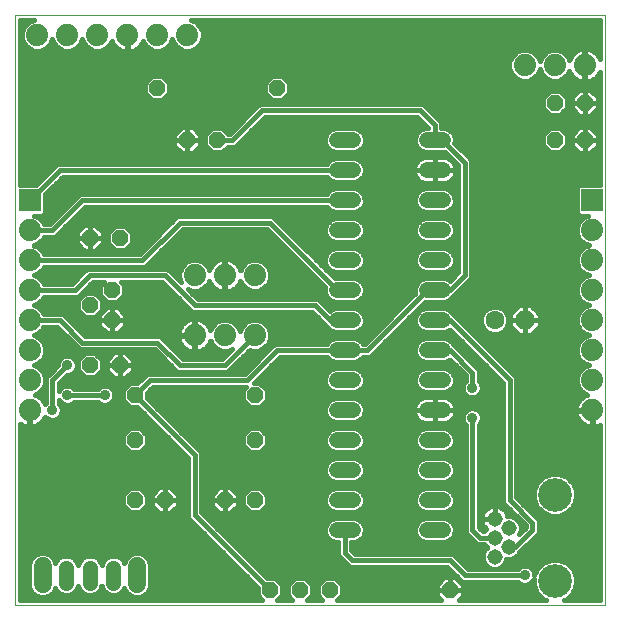
<source format=gbl>
G75*
%MOIN*%
%OFA0B0*%
%FSLAX25Y25*%
%IPPOS*%
%LPD*%
%AMOC8*
5,1,8,0,0,1.08239X$1,22.5*
%
%ADD10C,0.00000*%
%ADD11OC8,0.05200*%
%ADD12C,0.05150*%
%ADD13C,0.05937*%
%ADD14C,0.05200*%
%ADD15C,0.07400*%
%ADD16C,0.05150*%
%ADD17C,0.11220*%
%ADD18R,0.07400X0.07400*%
%ADD19C,0.06300*%
%ADD20OC8,0.06300*%
%ADD21C,0.01600*%
%ADD22C,0.03562*%
D10*
X0018531Y0004500D02*
X0018531Y0201350D01*
X0215381Y0201350D01*
X0215381Y0004500D01*
X0018531Y0004500D01*
D11*
X0058531Y0039500D03*
X0068531Y0039500D03*
X0088531Y0039500D03*
X0098531Y0039500D03*
X0098531Y0059500D03*
X0098531Y0074500D03*
X0058531Y0074500D03*
X0053531Y0084500D03*
X0043531Y0084500D03*
X0051031Y0099500D03*
X0043531Y0104500D03*
X0051031Y0109500D03*
X0053531Y0127000D03*
X0043531Y0127000D03*
X0076031Y0159500D03*
X0086031Y0159500D03*
X0106031Y0177000D03*
X0066031Y0177000D03*
X0058531Y0059500D03*
X0103531Y0009500D03*
X0113531Y0009500D03*
X0123531Y0009500D03*
X0163531Y0009500D03*
X0198531Y0159500D03*
X0208531Y0159500D03*
X0208531Y0172000D03*
X0198531Y0172000D03*
D12*
X0051405Y0017075D02*
X0051405Y0011925D01*
X0043531Y0011925D02*
X0043531Y0017075D01*
X0035657Y0017075D02*
X0035657Y0011925D01*
D13*
X0027783Y0011531D02*
X0027783Y0017469D01*
X0059279Y0017469D02*
X0059279Y0011531D01*
D14*
X0125931Y0029500D02*
X0131131Y0029500D01*
X0131131Y0039500D02*
X0125931Y0039500D01*
X0125931Y0049500D02*
X0131131Y0049500D01*
X0131131Y0059500D02*
X0125931Y0059500D01*
X0125931Y0069500D02*
X0131131Y0069500D01*
X0131131Y0079500D02*
X0125931Y0079500D01*
X0125931Y0089500D02*
X0131131Y0089500D01*
X0131131Y0099500D02*
X0125931Y0099500D01*
X0125931Y0109500D02*
X0131131Y0109500D01*
X0131131Y0119500D02*
X0125931Y0119500D01*
X0125931Y0129500D02*
X0131131Y0129500D01*
X0131131Y0139500D02*
X0125931Y0139500D01*
X0125931Y0149500D02*
X0131131Y0149500D01*
X0131131Y0159500D02*
X0125931Y0159500D01*
X0155931Y0159500D02*
X0161131Y0159500D01*
X0161131Y0149500D02*
X0155931Y0149500D01*
X0155931Y0139500D02*
X0161131Y0139500D01*
X0161131Y0129500D02*
X0155931Y0129500D01*
X0155931Y0119500D02*
X0161131Y0119500D01*
X0161131Y0109500D02*
X0155931Y0109500D01*
X0155931Y0099500D02*
X0161131Y0099500D01*
X0161131Y0089500D02*
X0155931Y0089500D01*
X0155931Y0079500D02*
X0161131Y0079500D01*
X0161131Y0069500D02*
X0155931Y0069500D01*
X0155931Y0059500D02*
X0161131Y0059500D01*
X0161131Y0049500D02*
X0155931Y0049500D01*
X0155931Y0039500D02*
X0161131Y0039500D01*
X0161131Y0029500D02*
X0155931Y0029500D01*
D15*
X0211031Y0069500D03*
X0211031Y0079500D03*
X0211031Y0089500D03*
X0211031Y0099500D03*
X0211031Y0109500D03*
X0211031Y0119500D03*
X0211031Y0129500D03*
X0208531Y0184500D03*
X0198531Y0184500D03*
X0188531Y0184500D03*
X0098531Y0114500D03*
X0088531Y0114500D03*
X0078531Y0114500D03*
X0078531Y0094500D03*
X0088531Y0094500D03*
X0098531Y0094500D03*
X0023531Y0089500D03*
X0023531Y0079500D03*
X0023531Y0069500D03*
X0023531Y0099500D03*
X0023531Y0109500D03*
X0023531Y0119500D03*
X0023531Y0129500D03*
X0026031Y0194500D03*
X0036031Y0194500D03*
X0046031Y0194500D03*
X0056031Y0194500D03*
X0066031Y0194500D03*
X0076031Y0194500D03*
D16*
X0178452Y0033299D03*
X0183177Y0030150D03*
X0178452Y0027000D03*
X0183177Y0023850D03*
X0178452Y0020701D03*
D17*
X0198531Y0012630D03*
X0198531Y0041370D03*
D18*
X0211031Y0139500D03*
X0023531Y0139500D03*
D19*
X0178531Y0099500D03*
D20*
X0188531Y0099500D03*
D21*
X0193481Y0099500D01*
X0193481Y0101550D01*
X0190581Y0104450D01*
X0188531Y0104450D01*
X0188531Y0099500D01*
X0188531Y0099500D01*
X0193481Y0099500D01*
X0193481Y0097450D01*
X0190581Y0094550D01*
X0188531Y0094550D01*
X0188531Y0099500D01*
X0188531Y0099500D01*
X0188531Y0099500D01*
X0188531Y0104450D01*
X0186481Y0104450D01*
X0183581Y0101550D01*
X0183581Y0099500D01*
X0188531Y0099500D01*
X0188531Y0094550D01*
X0186481Y0094550D01*
X0183581Y0097450D01*
X0183581Y0099500D01*
X0188531Y0099500D01*
X0188531Y0099500D01*
X0188531Y0098812D02*
X0188531Y0098812D01*
X0188531Y0097214D02*
X0188531Y0097214D01*
X0188531Y0095615D02*
X0188531Y0095615D01*
X0191646Y0095615D02*
X0207703Y0095615D01*
X0208142Y0095176D02*
X0206707Y0096611D01*
X0205931Y0098486D01*
X0205931Y0100514D01*
X0206707Y0102389D01*
X0208142Y0103824D01*
X0209775Y0104500D01*
X0208142Y0105176D01*
X0206707Y0106611D01*
X0205931Y0108486D01*
X0205931Y0110514D01*
X0206707Y0112389D01*
X0208142Y0113824D01*
X0209775Y0114500D01*
X0208142Y0115176D01*
X0206707Y0116611D01*
X0205931Y0118486D01*
X0205931Y0120514D01*
X0206707Y0122389D01*
X0208142Y0123824D01*
X0209775Y0124500D01*
X0208142Y0125176D01*
X0206707Y0126611D01*
X0205931Y0128486D01*
X0205931Y0130514D01*
X0206707Y0132389D01*
X0208142Y0133824D01*
X0209534Y0134400D01*
X0206751Y0134400D01*
X0205931Y0135220D01*
X0205931Y0143780D01*
X0206751Y0144600D01*
X0213581Y0144600D01*
X0213581Y0182297D01*
X0213235Y0181617D01*
X0212726Y0180917D01*
X0212114Y0180305D01*
X0211414Y0179796D01*
X0210642Y0179403D01*
X0209819Y0179135D01*
X0208964Y0179000D01*
X0208731Y0179000D01*
X0208731Y0184300D01*
X0208331Y0184300D01*
X0208331Y0179000D01*
X0208098Y0179000D01*
X0207243Y0179135D01*
X0206420Y0179403D01*
X0205648Y0179796D01*
X0204948Y0180305D01*
X0204336Y0180917D01*
X0203827Y0181617D01*
X0203434Y0182389D01*
X0203321Y0182737D01*
X0202854Y0181611D01*
X0201420Y0180176D01*
X0199545Y0179400D01*
X0197516Y0179400D01*
X0195642Y0180176D01*
X0194207Y0181611D01*
X0193531Y0183244D01*
X0192854Y0181611D01*
X0191420Y0180176D01*
X0189545Y0179400D01*
X0187516Y0179400D01*
X0185642Y0180176D01*
X0184207Y0181611D01*
X0183431Y0183486D01*
X0183431Y0185514D01*
X0184207Y0187389D01*
X0185642Y0188824D01*
X0187516Y0189600D01*
X0189545Y0189600D01*
X0191420Y0188824D01*
X0192854Y0187389D01*
X0193531Y0185756D01*
X0194207Y0187389D01*
X0195642Y0188824D01*
X0197516Y0189600D01*
X0199545Y0189600D01*
X0201420Y0188824D01*
X0202854Y0187389D01*
X0203321Y0186263D01*
X0203434Y0186611D01*
X0203827Y0187383D01*
X0204336Y0188083D01*
X0204948Y0188695D01*
X0205648Y0189204D01*
X0206420Y0189597D01*
X0207243Y0189865D01*
X0208098Y0190000D01*
X0208331Y0190000D01*
X0208331Y0184700D01*
X0208731Y0184700D01*
X0208731Y0190000D01*
X0208964Y0190000D01*
X0209819Y0189865D01*
X0210642Y0189597D01*
X0211414Y0189204D01*
X0212114Y0188695D01*
X0212726Y0188083D01*
X0213235Y0187383D01*
X0213581Y0186703D01*
X0213581Y0199550D01*
X0077165Y0199550D01*
X0078920Y0198824D01*
X0080354Y0197389D01*
X0081131Y0195514D01*
X0081131Y0193486D01*
X0080354Y0191611D01*
X0078920Y0190176D01*
X0077045Y0189400D01*
X0075016Y0189400D01*
X0073142Y0190176D01*
X0071707Y0191611D01*
X0071031Y0193244D01*
X0070354Y0191611D01*
X0068920Y0190176D01*
X0067045Y0189400D01*
X0065016Y0189400D01*
X0063142Y0190176D01*
X0061707Y0191611D01*
X0061241Y0192737D01*
X0061128Y0192389D01*
X0060735Y0191617D01*
X0060226Y0190917D01*
X0059614Y0190305D01*
X0058914Y0189796D01*
X0058142Y0189403D01*
X0057319Y0189135D01*
X0056464Y0189000D01*
X0056231Y0189000D01*
X0056231Y0194300D01*
X0055831Y0194300D01*
X0055831Y0189000D01*
X0055598Y0189000D01*
X0054743Y0189135D01*
X0053920Y0189403D01*
X0053148Y0189796D01*
X0052448Y0190305D01*
X0051836Y0190917D01*
X0051327Y0191617D01*
X0050934Y0192389D01*
X0050821Y0192737D01*
X0050354Y0191611D01*
X0048920Y0190176D01*
X0047045Y0189400D01*
X0045016Y0189400D01*
X0043142Y0190176D01*
X0041707Y0191611D01*
X0041031Y0193244D01*
X0040354Y0191611D01*
X0038920Y0190176D01*
X0037045Y0189400D01*
X0035016Y0189400D01*
X0033142Y0190176D01*
X0031707Y0191611D01*
X0031031Y0193244D01*
X0030354Y0191611D01*
X0028920Y0190176D01*
X0027045Y0189400D01*
X0025016Y0189400D01*
X0023142Y0190176D01*
X0021707Y0191611D01*
X0020931Y0193486D01*
X0020931Y0195514D01*
X0021707Y0197389D01*
X0023142Y0198824D01*
X0024897Y0199550D01*
X0020331Y0199550D01*
X0020331Y0144600D01*
X0025520Y0144600D01*
X0032620Y0151700D01*
X0122513Y0151700D01*
X0122540Y0151766D01*
X0123665Y0152891D01*
X0125135Y0153500D01*
X0131927Y0153500D01*
X0133397Y0152891D01*
X0134522Y0151766D01*
X0135131Y0150296D01*
X0135131Y0148704D01*
X0134522Y0147234D01*
X0133397Y0146109D01*
X0131927Y0145500D01*
X0125135Y0145500D01*
X0123665Y0146109D01*
X0122540Y0147234D01*
X0122513Y0147300D01*
X0034442Y0147300D01*
X0028631Y0141489D01*
X0028631Y0135220D01*
X0027811Y0134400D01*
X0025028Y0134400D01*
X0026420Y0133824D01*
X0027854Y0132389D01*
X0028140Y0131700D01*
X0030120Y0131700D01*
X0040120Y0141700D01*
X0122513Y0141700D01*
X0122540Y0141766D01*
X0123665Y0142891D01*
X0125135Y0143500D01*
X0131927Y0143500D01*
X0133397Y0142891D01*
X0134522Y0141766D01*
X0135131Y0140296D01*
X0135131Y0138704D01*
X0134522Y0137234D01*
X0133397Y0136109D01*
X0131927Y0135500D01*
X0125135Y0135500D01*
X0123665Y0136109D01*
X0122540Y0137234D01*
X0122513Y0137300D01*
X0041942Y0137300D01*
X0033231Y0128589D01*
X0031942Y0127300D01*
X0028140Y0127300D01*
X0027854Y0126611D01*
X0026420Y0125176D01*
X0024787Y0124500D01*
X0026420Y0123824D01*
X0027854Y0122389D01*
X0028140Y0121700D01*
X0060120Y0121700D01*
X0072620Y0134200D01*
X0104442Y0134200D01*
X0105731Y0132911D01*
X0125142Y0113500D01*
X0131927Y0113500D01*
X0133397Y0112891D01*
X0134522Y0111766D01*
X0135131Y0110296D01*
X0135131Y0108704D01*
X0134522Y0107234D01*
X0133397Y0106109D01*
X0131927Y0105500D01*
X0125135Y0105500D01*
X0123665Y0106109D01*
X0122540Y0107234D01*
X0121931Y0108704D01*
X0121931Y0110296D01*
X0121987Y0110432D01*
X0102620Y0129800D01*
X0074442Y0129800D01*
X0063231Y0118589D01*
X0061942Y0117300D01*
X0028140Y0117300D01*
X0027854Y0116611D01*
X0026420Y0115176D01*
X0024787Y0114500D01*
X0026420Y0113824D01*
X0027854Y0112389D01*
X0028140Y0111700D01*
X0037620Y0111700D01*
X0041331Y0115411D01*
X0042620Y0116700D01*
X0069442Y0116700D01*
X0070731Y0115411D01*
X0073978Y0112164D01*
X0073431Y0113486D01*
X0073431Y0115514D01*
X0074207Y0117389D01*
X0075642Y0118824D01*
X0077516Y0119600D01*
X0079545Y0119600D01*
X0081420Y0118824D01*
X0082854Y0117389D01*
X0083321Y0116263D01*
X0083434Y0116611D01*
X0083827Y0117383D01*
X0084336Y0118083D01*
X0084948Y0118695D01*
X0085648Y0119204D01*
X0086420Y0119597D01*
X0087243Y0119865D01*
X0088098Y0120000D01*
X0088331Y0120000D01*
X0088331Y0114700D01*
X0088731Y0114700D01*
X0088731Y0120000D01*
X0088964Y0120000D01*
X0089819Y0119865D01*
X0090642Y0119597D01*
X0091414Y0119204D01*
X0092114Y0118695D01*
X0092726Y0118083D01*
X0093235Y0117383D01*
X0093628Y0116611D01*
X0093741Y0116263D01*
X0094207Y0117389D01*
X0095642Y0118824D01*
X0097516Y0119600D01*
X0099545Y0119600D01*
X0101420Y0118824D01*
X0102854Y0117389D01*
X0103631Y0115514D01*
X0103631Y0113486D01*
X0102854Y0111611D01*
X0101420Y0110176D01*
X0099545Y0109400D01*
X0097516Y0109400D01*
X0095642Y0110176D01*
X0094207Y0111611D01*
X0093741Y0112737D01*
X0093628Y0112389D01*
X0093235Y0111617D01*
X0092726Y0110917D01*
X0092114Y0110305D01*
X0091414Y0109796D01*
X0090642Y0109403D01*
X0089819Y0109135D01*
X0088964Y0109000D01*
X0088731Y0109000D01*
X0088731Y0114300D01*
X0088331Y0114300D01*
X0088331Y0109000D01*
X0088098Y0109000D01*
X0087243Y0109135D01*
X0086420Y0109403D01*
X0085648Y0109796D01*
X0084948Y0110305D01*
X0084336Y0110917D01*
X0083827Y0111617D01*
X0083434Y0112389D01*
X0083321Y0112737D01*
X0082854Y0111611D01*
X0081420Y0110176D01*
X0079545Y0109400D01*
X0077516Y0109400D01*
X0076195Y0109948D01*
X0079442Y0106700D01*
X0119442Y0106700D01*
X0123458Y0102684D01*
X0123665Y0102891D01*
X0125135Y0103500D01*
X0131927Y0103500D01*
X0133397Y0102891D01*
X0134522Y0101766D01*
X0135131Y0100296D01*
X0135131Y0098704D01*
X0134522Y0097234D01*
X0133397Y0096109D01*
X0131927Y0095500D01*
X0125135Y0095500D01*
X0123665Y0096109D01*
X0122540Y0097234D01*
X0122437Y0097483D01*
X0121331Y0098589D01*
X0117620Y0102300D01*
X0077620Y0102300D01*
X0076331Y0103589D01*
X0067620Y0112300D01*
X0053888Y0112300D01*
X0055031Y0111157D01*
X0055031Y0107843D01*
X0052688Y0105500D01*
X0049374Y0105500D01*
X0047031Y0107843D01*
X0047031Y0111157D01*
X0048174Y0112300D01*
X0044442Y0112300D01*
X0039442Y0107300D01*
X0028140Y0107300D01*
X0027854Y0106611D01*
X0026420Y0105176D01*
X0024787Y0104500D01*
X0026420Y0103824D01*
X0027854Y0102389D01*
X0028140Y0101700D01*
X0034442Y0101700D01*
X0041942Y0094200D01*
X0066942Y0094200D01*
X0074442Y0086700D01*
X0087620Y0086700D01*
X0090867Y0089948D01*
X0089545Y0089400D01*
X0087516Y0089400D01*
X0085642Y0090176D01*
X0084207Y0091611D01*
X0083741Y0092737D01*
X0083628Y0092389D01*
X0083235Y0091617D01*
X0082726Y0090917D01*
X0082114Y0090305D01*
X0081414Y0089796D01*
X0080642Y0089403D01*
X0079819Y0089135D01*
X0078964Y0089000D01*
X0078731Y0089000D01*
X0078731Y0094300D01*
X0078331Y0094300D01*
X0078331Y0089000D01*
X0078098Y0089000D01*
X0077243Y0089135D01*
X0076420Y0089403D01*
X0075648Y0089796D01*
X0074948Y0090305D01*
X0074336Y0090917D01*
X0073827Y0091617D01*
X0073434Y0092389D01*
X0073166Y0093212D01*
X0073031Y0094067D01*
X0073031Y0094300D01*
X0078331Y0094300D01*
X0078331Y0094700D01*
X0078331Y0100000D01*
X0078098Y0100000D01*
X0077243Y0099865D01*
X0076420Y0099597D01*
X0075648Y0099204D01*
X0074948Y0098695D01*
X0074336Y0098083D01*
X0073827Y0097383D01*
X0073434Y0096611D01*
X0073166Y0095788D01*
X0073031Y0094933D01*
X0073031Y0094700D01*
X0078331Y0094700D01*
X0078731Y0094700D01*
X0078731Y0100000D01*
X0078964Y0100000D01*
X0079819Y0099865D01*
X0080642Y0099597D01*
X0081414Y0099204D01*
X0082114Y0098695D01*
X0082726Y0098083D01*
X0083235Y0097383D01*
X0083628Y0096611D01*
X0083741Y0096263D01*
X0084207Y0097389D01*
X0085642Y0098824D01*
X0087516Y0099600D01*
X0089545Y0099600D01*
X0091420Y0098824D01*
X0092854Y0097389D01*
X0093531Y0095756D01*
X0094207Y0097389D01*
X0095642Y0098824D01*
X0097516Y0099600D01*
X0099545Y0099600D01*
X0101420Y0098824D01*
X0102854Y0097389D01*
X0103631Y0095514D01*
X0103631Y0093486D01*
X0102854Y0091611D01*
X0101420Y0090176D01*
X0099545Y0089400D01*
X0097516Y0089400D01*
X0096828Y0089685D01*
X0090731Y0083589D01*
X0089442Y0082300D01*
X0072620Y0082300D01*
X0071331Y0083589D01*
X0065120Y0089800D01*
X0040120Y0089800D01*
X0038831Y0091089D01*
X0032620Y0097300D01*
X0028140Y0097300D01*
X0027854Y0096611D01*
X0026420Y0095176D01*
X0024787Y0094500D01*
X0026420Y0093824D01*
X0027854Y0092389D01*
X0028631Y0090514D01*
X0028631Y0088486D01*
X0027854Y0086611D01*
X0026420Y0085176D01*
X0024787Y0084500D01*
X0026420Y0083824D01*
X0027854Y0082389D01*
X0028631Y0080514D01*
X0028631Y0078486D01*
X0027854Y0076611D01*
X0026420Y0075176D01*
X0025294Y0074710D01*
X0025642Y0074597D01*
X0026414Y0074204D01*
X0027114Y0073695D01*
X0027726Y0073083D01*
X0028235Y0072383D01*
X0028628Y0071611D01*
X0028632Y0071600D01*
X0028831Y0071799D01*
X0028831Y0080411D01*
X0030120Y0081700D01*
X0032850Y0084430D01*
X0032850Y0085133D01*
X0033334Y0086302D01*
X0034229Y0087197D01*
X0035398Y0087681D01*
X0036664Y0087681D01*
X0037833Y0087197D01*
X0038728Y0086302D01*
X0039212Y0085133D01*
X0039212Y0083867D01*
X0038728Y0082698D01*
X0037833Y0081803D01*
X0036664Y0081319D01*
X0035961Y0081319D01*
X0033231Y0078589D01*
X0033231Y0076053D01*
X0033334Y0076302D01*
X0034229Y0077197D01*
X0035398Y0077681D01*
X0036664Y0077681D01*
X0037833Y0077197D01*
X0038330Y0076700D01*
X0046232Y0076700D01*
X0046729Y0077197D01*
X0047898Y0077681D01*
X0049164Y0077681D01*
X0050333Y0077197D01*
X0051228Y0076302D01*
X0051712Y0075133D01*
X0051712Y0073867D01*
X0051228Y0072698D01*
X0050333Y0071803D01*
X0049164Y0071319D01*
X0047898Y0071319D01*
X0046729Y0071803D01*
X0046232Y0072300D01*
X0038330Y0072300D01*
X0037833Y0071803D01*
X0036664Y0071319D01*
X0035398Y0071319D01*
X0034229Y0071803D01*
X0033334Y0072698D01*
X0033231Y0072947D01*
X0033231Y0071799D01*
X0033728Y0071302D01*
X0034212Y0070133D01*
X0034212Y0068867D01*
X0033728Y0067698D01*
X0032833Y0066803D01*
X0031664Y0066319D01*
X0030398Y0066319D01*
X0029229Y0066803D01*
X0028632Y0067400D01*
X0028628Y0067389D01*
X0028235Y0066617D01*
X0027726Y0065917D01*
X0027114Y0065305D01*
X0026414Y0064796D01*
X0025642Y0064403D01*
X0024819Y0064135D01*
X0023964Y0064000D01*
X0023731Y0064000D01*
X0023731Y0069300D01*
X0023331Y0069300D01*
X0023331Y0064000D01*
X0023098Y0064000D01*
X0022243Y0064135D01*
X0021420Y0064403D01*
X0020648Y0064796D01*
X0020331Y0065027D01*
X0020331Y0006300D01*
X0101074Y0006300D01*
X0099531Y0007843D01*
X0099531Y0010389D01*
X0077620Y0032300D01*
X0076331Y0033589D01*
X0076331Y0053589D01*
X0059420Y0070500D01*
X0056874Y0070500D01*
X0054531Y0072843D01*
X0054531Y0076157D01*
X0056874Y0078500D01*
X0059420Y0078500D01*
X0062620Y0081700D01*
X0095120Y0081700D01*
X0103831Y0090411D01*
X0103831Y0090411D01*
X0105120Y0091700D01*
X0122513Y0091700D01*
X0122540Y0091766D01*
X0123665Y0092891D01*
X0125135Y0093500D01*
X0131927Y0093500D01*
X0133397Y0092891D01*
X0134522Y0091766D01*
X0134549Y0091700D01*
X0135120Y0091700D01*
X0151987Y0108568D01*
X0151931Y0108704D01*
X0151931Y0110296D01*
X0152540Y0111766D01*
X0153665Y0112891D01*
X0155135Y0113500D01*
X0161927Y0113500D01*
X0163397Y0112891D01*
X0163604Y0112684D01*
X0166331Y0115411D01*
X0166331Y0151089D01*
X0161920Y0155500D01*
X0155135Y0155500D01*
X0153665Y0156109D01*
X0152540Y0157234D01*
X0151931Y0158704D01*
X0151931Y0160296D01*
X0152540Y0161766D01*
X0153665Y0162891D01*
X0155135Y0163500D01*
X0156331Y0163500D01*
X0156331Y0163589D01*
X0152620Y0167300D01*
X0101942Y0167300D01*
X0091942Y0157300D01*
X0089488Y0157300D01*
X0087688Y0155500D01*
X0084374Y0155500D01*
X0082031Y0157843D01*
X0082031Y0161157D01*
X0084374Y0163500D01*
X0087688Y0163500D01*
X0089488Y0161700D01*
X0090120Y0161700D01*
X0098831Y0170411D01*
X0100120Y0171700D01*
X0154442Y0171700D01*
X0159442Y0166700D01*
X0160731Y0165411D01*
X0160731Y0163500D01*
X0161927Y0163500D01*
X0163397Y0162891D01*
X0164522Y0161766D01*
X0165131Y0160296D01*
X0165131Y0158704D01*
X0165074Y0158568D01*
X0169442Y0154200D01*
X0170731Y0152911D01*
X0170731Y0113589D01*
X0165731Y0108589D01*
X0164625Y0107483D01*
X0164522Y0107234D01*
X0163397Y0106109D01*
X0161927Y0105500D01*
X0155142Y0105500D01*
X0138231Y0088589D01*
X0136942Y0087300D01*
X0134549Y0087300D01*
X0134522Y0087234D01*
X0133397Y0086109D01*
X0131927Y0085500D01*
X0125135Y0085500D01*
X0123665Y0086109D01*
X0122540Y0087234D01*
X0122513Y0087300D01*
X0106942Y0087300D01*
X0098231Y0078589D01*
X0098231Y0078589D01*
X0098142Y0078500D01*
X0100188Y0078500D01*
X0102531Y0076157D01*
X0102531Y0072843D01*
X0100188Y0070500D01*
X0096874Y0070500D01*
X0094531Y0072843D01*
X0094531Y0076157D01*
X0095674Y0077300D01*
X0064442Y0077300D01*
X0062531Y0075389D01*
X0062531Y0073611D01*
X0080731Y0055411D01*
X0080731Y0035411D01*
X0102642Y0013500D01*
X0105188Y0013500D01*
X0107531Y0011157D01*
X0107531Y0007843D01*
X0105988Y0006300D01*
X0111074Y0006300D01*
X0109531Y0007843D01*
X0109531Y0011157D01*
X0111874Y0013500D01*
X0115188Y0013500D01*
X0117531Y0011157D01*
X0117531Y0007843D01*
X0115988Y0006300D01*
X0121074Y0006300D01*
X0119531Y0007843D01*
X0119531Y0011157D01*
X0121874Y0013500D01*
X0125188Y0013500D01*
X0127531Y0011157D01*
X0127531Y0007843D01*
X0125988Y0006300D01*
X0160508Y0006300D01*
X0159131Y0007677D01*
X0159131Y0009500D01*
X0163531Y0009500D01*
X0167931Y0009500D01*
X0167931Y0011323D01*
X0165353Y0013900D01*
X0163531Y0013900D01*
X0163531Y0009500D01*
X0163531Y0009500D01*
X0167931Y0009500D01*
X0167931Y0007677D01*
X0166553Y0006300D01*
X0195494Y0006300D01*
X0194560Y0006687D01*
X0192588Y0008659D01*
X0191521Y0011235D01*
X0191521Y0013405D01*
X0191228Y0012698D01*
X0190333Y0011803D01*
X0189164Y0011319D01*
X0187898Y0011319D01*
X0186729Y0011803D01*
X0186232Y0012300D01*
X0167620Y0012300D01*
X0162620Y0017300D01*
X0130120Y0017300D01*
X0127620Y0019800D01*
X0126331Y0021089D01*
X0126331Y0025500D01*
X0125135Y0025500D01*
X0123665Y0026109D01*
X0122540Y0027234D01*
X0121931Y0028704D01*
X0121931Y0030296D01*
X0122540Y0031766D01*
X0123665Y0032891D01*
X0125135Y0033500D01*
X0131927Y0033500D01*
X0133397Y0032891D01*
X0134522Y0031766D01*
X0135131Y0030296D01*
X0135131Y0028704D01*
X0134522Y0027234D01*
X0133397Y0026109D01*
X0131927Y0025500D01*
X0130731Y0025500D01*
X0130731Y0022911D01*
X0131942Y0021700D01*
X0164442Y0021700D01*
X0165731Y0020411D01*
X0169442Y0016700D01*
X0186232Y0016700D01*
X0186729Y0017197D01*
X0187898Y0017681D01*
X0189164Y0017681D01*
X0190333Y0017197D01*
X0191228Y0016302D01*
X0191712Y0015133D01*
X0191712Y0014486D01*
X0192588Y0016601D01*
X0194560Y0018573D01*
X0197137Y0019640D01*
X0199925Y0019640D01*
X0202502Y0018573D01*
X0204474Y0016601D01*
X0205541Y0014024D01*
X0205541Y0011235D01*
X0204474Y0008659D01*
X0202502Y0006687D01*
X0201568Y0006300D01*
X0213581Y0006300D01*
X0213581Y0064627D01*
X0213142Y0064403D01*
X0212319Y0064135D01*
X0211464Y0064000D01*
X0211231Y0064000D01*
X0211231Y0069300D01*
X0210831Y0069300D01*
X0210831Y0064000D01*
X0210598Y0064000D01*
X0209743Y0064135D01*
X0208920Y0064403D01*
X0208148Y0064796D01*
X0207448Y0065305D01*
X0206836Y0065917D01*
X0206327Y0066617D01*
X0205934Y0067389D01*
X0205666Y0068212D01*
X0205531Y0069067D01*
X0205531Y0069300D01*
X0210831Y0069300D01*
X0210831Y0069700D01*
X0205531Y0069700D01*
X0205531Y0069933D01*
X0205666Y0070788D01*
X0205934Y0071611D01*
X0206327Y0072383D01*
X0206836Y0073083D01*
X0207448Y0073695D01*
X0208148Y0074204D01*
X0208920Y0074597D01*
X0209268Y0074710D01*
X0208142Y0075176D01*
X0206707Y0076611D01*
X0205931Y0078486D01*
X0205931Y0080514D01*
X0206707Y0082389D01*
X0208142Y0083824D01*
X0209775Y0084500D01*
X0208142Y0085176D01*
X0206707Y0086611D01*
X0205931Y0088486D01*
X0205931Y0090514D01*
X0206707Y0092389D01*
X0208142Y0093824D01*
X0209775Y0094500D01*
X0208142Y0095176D01*
X0208608Y0094017D02*
X0172126Y0094017D01*
X0173724Y0092418D02*
X0206737Y0092418D01*
X0206057Y0090820D02*
X0175323Y0090820D01*
X0176921Y0089221D02*
X0205931Y0089221D01*
X0206288Y0087623D02*
X0178520Y0087623D01*
X0180118Y0086024D02*
X0207294Y0086024D01*
X0209595Y0084426D02*
X0181717Y0084426D01*
X0183315Y0082827D02*
X0207145Y0082827D01*
X0206227Y0081229D02*
X0184914Y0081229D01*
X0185731Y0080411D02*
X0165731Y0100411D01*
X0164625Y0101517D01*
X0164522Y0101766D01*
X0163397Y0102891D01*
X0161927Y0103500D01*
X0155135Y0103500D01*
X0153665Y0102891D01*
X0152540Y0101766D01*
X0151931Y0100296D01*
X0151931Y0098704D01*
X0152540Y0097234D01*
X0153665Y0096109D01*
X0155135Y0095500D01*
X0161927Y0095500D01*
X0163397Y0096109D01*
X0163604Y0096316D01*
X0181331Y0078589D01*
X0181331Y0038589D01*
X0182620Y0037300D01*
X0188831Y0031089D01*
X0188831Y0030411D01*
X0186708Y0028288D01*
X0187151Y0029359D01*
X0187151Y0030940D01*
X0186546Y0032401D01*
X0185428Y0033519D01*
X0183967Y0034124D01*
X0182751Y0034124D01*
X0182719Y0034324D01*
X0182506Y0034979D01*
X0182194Y0035592D01*
X0181789Y0036149D01*
X0181302Y0036636D01*
X0180745Y0037041D01*
X0180132Y0037353D01*
X0179477Y0037566D01*
X0178796Y0037674D01*
X0178452Y0037674D01*
X0178108Y0037674D01*
X0177428Y0037566D01*
X0176773Y0037353D01*
X0176159Y0037041D01*
X0175602Y0036636D01*
X0175115Y0036149D01*
X0174711Y0035592D01*
X0174398Y0034979D01*
X0174185Y0034324D01*
X0174077Y0033644D01*
X0174077Y0033299D01*
X0174077Y0032955D01*
X0174185Y0032275D01*
X0174398Y0031620D01*
X0174711Y0031006D01*
X0175115Y0030449D01*
X0175602Y0029962D01*
X0175713Y0029882D01*
X0175083Y0029252D01*
X0175061Y0029200D01*
X0174442Y0029200D01*
X0173231Y0030411D01*
X0173231Y0064701D01*
X0173728Y0065198D01*
X0174212Y0066367D01*
X0174212Y0067633D01*
X0173728Y0068802D01*
X0172833Y0069697D01*
X0171664Y0070181D01*
X0170398Y0070181D01*
X0169229Y0069697D01*
X0168334Y0068802D01*
X0167850Y0067633D01*
X0167850Y0066367D01*
X0168334Y0065198D01*
X0168831Y0064701D01*
X0168831Y0028589D01*
X0171331Y0026089D01*
X0172620Y0024800D01*
X0175061Y0024800D01*
X0175083Y0024748D01*
X0175981Y0023850D01*
X0175083Y0022952D01*
X0174477Y0021491D01*
X0174477Y0019910D01*
X0175083Y0018449D01*
X0176201Y0017331D01*
X0177662Y0016726D01*
X0179243Y0016726D01*
X0180704Y0017331D01*
X0181822Y0018449D01*
X0182413Y0019876D01*
X0183967Y0019876D01*
X0185428Y0020481D01*
X0186546Y0021599D01*
X0186762Y0022120D01*
X0191942Y0027300D01*
X0193231Y0028589D01*
X0193231Y0032911D01*
X0185731Y0040411D01*
X0185731Y0080411D01*
X0185731Y0079630D02*
X0205931Y0079630D01*
X0206119Y0078032D02*
X0185731Y0078032D01*
X0185731Y0076433D02*
X0206885Y0076433D01*
X0208968Y0074834D02*
X0185731Y0074834D01*
X0185731Y0073236D02*
X0206989Y0073236D01*
X0205947Y0071637D02*
X0185731Y0071637D01*
X0185731Y0070039D02*
X0205548Y0070039D01*
X0205630Y0068440D02*
X0185731Y0068440D01*
X0185731Y0066842D02*
X0206212Y0066842D01*
X0207532Y0065243D02*
X0185731Y0065243D01*
X0185731Y0063645D02*
X0213581Y0063645D01*
X0213581Y0062046D02*
X0185731Y0062046D01*
X0185731Y0060448D02*
X0213581Y0060448D01*
X0213581Y0058849D02*
X0185731Y0058849D01*
X0185731Y0057251D02*
X0213581Y0057251D01*
X0213581Y0055652D02*
X0185731Y0055652D01*
X0185731Y0054054D02*
X0213581Y0054054D01*
X0213581Y0052455D02*
X0185731Y0052455D01*
X0185731Y0050857D02*
X0213581Y0050857D01*
X0213581Y0049258D02*
X0185731Y0049258D01*
X0185731Y0047660D02*
X0195397Y0047660D01*
X0194560Y0047313D02*
X0192588Y0045341D01*
X0191521Y0042764D01*
X0191521Y0039976D01*
X0192588Y0037399D01*
X0194560Y0035427D01*
X0197137Y0034360D01*
X0199925Y0034360D01*
X0202502Y0035427D01*
X0204474Y0037399D01*
X0205541Y0039976D01*
X0205541Y0042764D01*
X0204474Y0045341D01*
X0202502Y0047313D01*
X0199925Y0048380D01*
X0197137Y0048380D01*
X0194560Y0047313D01*
X0193308Y0046061D02*
X0185731Y0046061D01*
X0185731Y0044463D02*
X0192224Y0044463D01*
X0191562Y0042864D02*
X0185731Y0042864D01*
X0185731Y0041266D02*
X0191521Y0041266D01*
X0191648Y0039667D02*
X0186475Y0039667D01*
X0188073Y0038069D02*
X0192311Y0038069D01*
X0193517Y0036470D02*
X0189672Y0036470D01*
X0191270Y0034872D02*
X0195901Y0034872D01*
X0192869Y0033273D02*
X0213581Y0033273D01*
X0213581Y0031675D02*
X0193231Y0031675D01*
X0193231Y0030076D02*
X0213581Y0030076D01*
X0213581Y0028478D02*
X0193120Y0028478D01*
X0191521Y0026879D02*
X0213581Y0026879D01*
X0213581Y0025281D02*
X0189923Y0025281D01*
X0188324Y0023682D02*
X0213581Y0023682D01*
X0213581Y0022084D02*
X0186747Y0022084D01*
X0185433Y0020485D02*
X0213581Y0020485D01*
X0213581Y0018887D02*
X0201745Y0018887D01*
X0203787Y0017288D02*
X0213581Y0017288D01*
X0213581Y0015690D02*
X0204851Y0015690D01*
X0205514Y0014091D02*
X0213581Y0014091D01*
X0213581Y0012493D02*
X0205541Y0012493D01*
X0205400Y0010894D02*
X0213581Y0010894D01*
X0213581Y0009296D02*
X0204738Y0009296D01*
X0203512Y0007697D02*
X0213581Y0007697D01*
X0195317Y0018887D02*
X0182003Y0018887D01*
X0180600Y0017288D02*
X0186949Y0017288D01*
X0190112Y0017288D02*
X0193275Y0017288D01*
X0192210Y0015690D02*
X0191481Y0015690D01*
X0188531Y0014500D02*
X0168531Y0014500D01*
X0163531Y0019500D01*
X0131031Y0019500D01*
X0128531Y0022000D01*
X0128531Y0029500D01*
X0124588Y0033273D02*
X0082869Y0033273D01*
X0084467Y0031675D02*
X0122502Y0031675D01*
X0121931Y0030076D02*
X0086066Y0030076D01*
X0087665Y0028478D02*
X0122025Y0028478D01*
X0122895Y0026879D02*
X0089263Y0026879D01*
X0090862Y0025281D02*
X0126331Y0025281D01*
X0126331Y0023682D02*
X0092460Y0023682D01*
X0094059Y0022084D02*
X0126331Y0022084D01*
X0126935Y0020485D02*
X0095657Y0020485D01*
X0097256Y0018887D02*
X0128533Y0018887D01*
X0131559Y0022084D02*
X0174723Y0022084D01*
X0174477Y0020485D02*
X0165657Y0020485D01*
X0167256Y0018887D02*
X0174901Y0018887D01*
X0176305Y0017288D02*
X0168854Y0017288D01*
X0165829Y0014091D02*
X0102051Y0014091D01*
X0100453Y0015690D02*
X0164230Y0015690D01*
X0163531Y0013900D02*
X0161708Y0013900D01*
X0159131Y0011323D01*
X0159131Y0009500D01*
X0163531Y0009500D01*
X0163531Y0009500D01*
X0163531Y0013900D01*
X0163531Y0012493D02*
X0163531Y0012493D01*
X0163531Y0010894D02*
X0163531Y0010894D01*
X0163531Y0009500D02*
X0163531Y0009500D01*
X0166761Y0012493D02*
X0167427Y0012493D01*
X0167931Y0010894D02*
X0191662Y0010894D01*
X0191521Y0012493D02*
X0191022Y0012493D01*
X0192324Y0009296D02*
X0167931Y0009296D01*
X0167931Y0007697D02*
X0193550Y0007697D01*
X0185381Y0023850D02*
X0183177Y0023850D01*
X0185381Y0023850D02*
X0191031Y0029500D01*
X0191031Y0032000D01*
X0183531Y0039500D01*
X0183531Y0079500D01*
X0163531Y0099500D01*
X0158531Y0099500D01*
X0162205Y0095615D02*
X0164305Y0095615D01*
X0165903Y0094017D02*
X0143659Y0094017D01*
X0145257Y0095615D02*
X0154857Y0095615D01*
X0155135Y0093500D02*
X0153665Y0092891D01*
X0152540Y0091766D01*
X0151931Y0090296D01*
X0151931Y0088704D01*
X0152540Y0087234D01*
X0153665Y0086109D01*
X0155135Y0085500D01*
X0161927Y0085500D01*
X0163397Y0086109D01*
X0163604Y0086316D01*
X0168831Y0081089D01*
X0168831Y0079299D01*
X0168334Y0078802D01*
X0167850Y0077633D01*
X0167850Y0076367D01*
X0168334Y0075198D01*
X0169229Y0074303D01*
X0170398Y0073819D01*
X0171664Y0073819D01*
X0172833Y0074303D01*
X0173728Y0075198D01*
X0174212Y0076367D01*
X0174212Y0077633D01*
X0173728Y0078802D01*
X0173231Y0079299D01*
X0173231Y0082911D01*
X0171942Y0084200D01*
X0165731Y0090411D01*
X0165731Y0090411D01*
X0164625Y0091517D01*
X0164522Y0091766D01*
X0163397Y0092891D01*
X0161927Y0093500D01*
X0155135Y0093500D01*
X0153192Y0092418D02*
X0142060Y0092418D01*
X0140462Y0090820D02*
X0152148Y0090820D01*
X0151931Y0089221D02*
X0138863Y0089221D01*
X0137265Y0087623D02*
X0152379Y0087623D01*
X0153870Y0086024D02*
X0133192Y0086024D01*
X0131927Y0083500D02*
X0133397Y0082891D01*
X0134522Y0081766D01*
X0135131Y0080296D01*
X0135131Y0078704D01*
X0134522Y0077234D01*
X0133397Y0076109D01*
X0131927Y0075500D01*
X0125135Y0075500D01*
X0123665Y0076109D01*
X0122540Y0077234D01*
X0121931Y0078704D01*
X0121931Y0080296D01*
X0122540Y0081766D01*
X0123665Y0082891D01*
X0125135Y0083500D01*
X0131927Y0083500D01*
X0133461Y0082827D02*
X0153601Y0082827D01*
X0153665Y0082891D02*
X0152540Y0081766D01*
X0151931Y0080296D01*
X0151931Y0078704D01*
X0152540Y0077234D01*
X0153665Y0076109D01*
X0155135Y0075500D01*
X0161927Y0075500D01*
X0163397Y0076109D01*
X0164522Y0077234D01*
X0165131Y0078704D01*
X0165131Y0080296D01*
X0164522Y0081766D01*
X0163397Y0082891D01*
X0161927Y0083500D01*
X0155135Y0083500D01*
X0153665Y0082891D01*
X0152317Y0081229D02*
X0134745Y0081229D01*
X0135131Y0079630D02*
X0151931Y0079630D01*
X0152210Y0078032D02*
X0134852Y0078032D01*
X0133721Y0076433D02*
X0153341Y0076433D01*
X0154242Y0073578D02*
X0153625Y0073263D01*
X0153065Y0072856D01*
X0152575Y0072366D01*
X0152168Y0071806D01*
X0151853Y0071189D01*
X0151639Y0070530D01*
X0151531Y0069846D01*
X0151531Y0069500D01*
X0158531Y0069500D01*
X0165531Y0069500D01*
X0165531Y0069846D01*
X0165423Y0070530D01*
X0165209Y0071189D01*
X0164894Y0071806D01*
X0164487Y0072366D01*
X0163997Y0072856D01*
X0163437Y0073263D01*
X0162820Y0073578D01*
X0162161Y0073792D01*
X0161477Y0073900D01*
X0158531Y0073900D01*
X0158531Y0069500D01*
X0158531Y0069500D01*
X0165531Y0069500D01*
X0165531Y0069154D01*
X0165423Y0068470D01*
X0165209Y0067811D01*
X0164894Y0067194D01*
X0164487Y0066634D01*
X0163997Y0066144D01*
X0163437Y0065737D01*
X0162820Y0065422D01*
X0162161Y0065208D01*
X0161477Y0065100D01*
X0158531Y0065100D01*
X0158531Y0069500D01*
X0158531Y0069500D01*
X0158531Y0069500D01*
X0158531Y0073900D01*
X0155585Y0073900D01*
X0154901Y0073792D01*
X0154242Y0073578D01*
X0153587Y0073236D02*
X0132564Y0073236D01*
X0131927Y0073500D02*
X0133397Y0072891D01*
X0134522Y0071766D01*
X0135131Y0070296D01*
X0135131Y0068704D01*
X0134522Y0067234D01*
X0133397Y0066109D01*
X0131927Y0065500D01*
X0125135Y0065500D01*
X0123665Y0066109D01*
X0122540Y0067234D01*
X0121931Y0068704D01*
X0121931Y0070296D01*
X0122540Y0071766D01*
X0123665Y0072891D01*
X0125135Y0073500D01*
X0131927Y0073500D01*
X0134575Y0071637D02*
X0152082Y0071637D01*
X0151561Y0070039D02*
X0135131Y0070039D01*
X0135022Y0068440D02*
X0151649Y0068440D01*
X0151639Y0068470D02*
X0151853Y0067811D01*
X0152168Y0067194D01*
X0152575Y0066634D01*
X0153065Y0066144D01*
X0153625Y0065737D01*
X0154242Y0065422D01*
X0154901Y0065208D01*
X0155585Y0065100D01*
X0158531Y0065100D01*
X0158531Y0069500D01*
X0158531Y0069500D01*
X0151531Y0069500D01*
X0151531Y0069154D01*
X0151639Y0068470D01*
X0152423Y0066842D02*
X0134130Y0066842D01*
X0131927Y0063500D02*
X0133397Y0062891D01*
X0134522Y0061766D01*
X0135131Y0060296D01*
X0135131Y0058704D01*
X0134522Y0057234D01*
X0133397Y0056109D01*
X0131927Y0055500D01*
X0125135Y0055500D01*
X0123665Y0056109D01*
X0122540Y0057234D01*
X0121931Y0058704D01*
X0121931Y0060296D01*
X0122540Y0061766D01*
X0123665Y0062891D01*
X0125135Y0063500D01*
X0131927Y0063500D01*
X0134241Y0062046D02*
X0152820Y0062046D01*
X0152540Y0061766D02*
X0151931Y0060296D01*
X0151931Y0058704D01*
X0152540Y0057234D01*
X0153665Y0056109D01*
X0155135Y0055500D01*
X0161927Y0055500D01*
X0163397Y0056109D01*
X0164522Y0057234D01*
X0165131Y0058704D01*
X0165131Y0060296D01*
X0164522Y0061766D01*
X0163397Y0062891D01*
X0161927Y0063500D01*
X0155135Y0063500D01*
X0153665Y0062891D01*
X0152540Y0061766D01*
X0151994Y0060448D02*
X0135068Y0060448D01*
X0135131Y0058849D02*
X0151931Y0058849D01*
X0152533Y0057251D02*
X0134529Y0057251D01*
X0132294Y0055652D02*
X0154767Y0055652D01*
X0155135Y0053500D02*
X0153665Y0052891D01*
X0152540Y0051766D01*
X0151931Y0050296D01*
X0151931Y0048704D01*
X0152540Y0047234D01*
X0153665Y0046109D01*
X0155135Y0045500D01*
X0161927Y0045500D01*
X0163397Y0046109D01*
X0164522Y0047234D01*
X0165131Y0048704D01*
X0165131Y0050296D01*
X0164522Y0051766D01*
X0163397Y0052891D01*
X0161927Y0053500D01*
X0155135Y0053500D01*
X0153229Y0052455D02*
X0133832Y0052455D01*
X0133397Y0052891D02*
X0134522Y0051766D01*
X0135131Y0050296D01*
X0135131Y0048704D01*
X0134522Y0047234D01*
X0133397Y0046109D01*
X0131927Y0045500D01*
X0125135Y0045500D01*
X0123665Y0046109D01*
X0122540Y0047234D01*
X0121931Y0048704D01*
X0121931Y0050296D01*
X0122540Y0051766D01*
X0123665Y0052891D01*
X0125135Y0053500D01*
X0131927Y0053500D01*
X0133397Y0052891D01*
X0134898Y0050857D02*
X0152163Y0050857D01*
X0151931Y0049258D02*
X0135131Y0049258D01*
X0134698Y0047660D02*
X0152364Y0047660D01*
X0153780Y0046061D02*
X0133282Y0046061D01*
X0131927Y0043500D02*
X0133397Y0042891D01*
X0134522Y0041766D01*
X0135131Y0040296D01*
X0135131Y0038704D01*
X0134522Y0037234D01*
X0133397Y0036109D01*
X0131927Y0035500D01*
X0125135Y0035500D01*
X0123665Y0036109D01*
X0122540Y0037234D01*
X0121931Y0038704D01*
X0121931Y0040296D01*
X0122540Y0041766D01*
X0123665Y0042891D01*
X0125135Y0043500D01*
X0131927Y0043500D01*
X0133423Y0042864D02*
X0153638Y0042864D01*
X0153665Y0042891D02*
X0152540Y0041766D01*
X0151931Y0040296D01*
X0151931Y0038704D01*
X0152540Y0037234D01*
X0153665Y0036109D01*
X0155135Y0035500D01*
X0161927Y0035500D01*
X0163397Y0036109D01*
X0164522Y0037234D01*
X0165131Y0038704D01*
X0165131Y0040296D01*
X0164522Y0041766D01*
X0163397Y0042891D01*
X0161927Y0043500D01*
X0155135Y0043500D01*
X0153665Y0042891D01*
X0152333Y0041266D02*
X0134729Y0041266D01*
X0135131Y0039667D02*
X0151931Y0039667D01*
X0152194Y0038069D02*
X0134868Y0038069D01*
X0133758Y0036470D02*
X0153304Y0036470D01*
X0154588Y0033273D02*
X0132474Y0033273D01*
X0134560Y0031675D02*
X0152502Y0031675D01*
X0152540Y0031766D02*
X0151931Y0030296D01*
X0151931Y0028704D01*
X0152540Y0027234D01*
X0153665Y0026109D01*
X0155135Y0025500D01*
X0161927Y0025500D01*
X0163397Y0026109D01*
X0164522Y0027234D01*
X0165131Y0028704D01*
X0165131Y0030296D01*
X0164522Y0031766D01*
X0163397Y0032891D01*
X0161927Y0033500D01*
X0155135Y0033500D01*
X0153665Y0032891D01*
X0152540Y0031766D01*
X0151931Y0030076D02*
X0135131Y0030076D01*
X0135037Y0028478D02*
X0152025Y0028478D01*
X0152895Y0026879D02*
X0134167Y0026879D01*
X0130731Y0025281D02*
X0172139Y0025281D01*
X0173531Y0027000D02*
X0178452Y0027000D01*
X0175812Y0023682D02*
X0130731Y0023682D01*
X0126195Y0012493D02*
X0160301Y0012493D01*
X0159131Y0010894D02*
X0127531Y0010894D01*
X0127531Y0009296D02*
X0159131Y0009296D01*
X0159131Y0007697D02*
X0127385Y0007697D01*
X0120867Y0012493D02*
X0116195Y0012493D01*
X0117531Y0010894D02*
X0119531Y0010894D01*
X0119531Y0009296D02*
X0117531Y0009296D01*
X0117385Y0007697D02*
X0119677Y0007697D01*
X0110867Y0012493D02*
X0106195Y0012493D01*
X0107531Y0010894D02*
X0109531Y0010894D01*
X0109531Y0009296D02*
X0107531Y0009296D01*
X0107385Y0007697D02*
X0109677Y0007697D01*
X0103531Y0009500D02*
X0078531Y0034500D01*
X0078531Y0054500D01*
X0058531Y0074500D01*
X0063531Y0079500D01*
X0096031Y0079500D01*
X0106031Y0089500D01*
X0128531Y0089500D01*
X0136031Y0089500D01*
X0156031Y0109500D01*
X0158531Y0109500D01*
X0163531Y0109500D01*
X0168531Y0114500D01*
X0168531Y0152000D01*
X0161031Y0159500D01*
X0158531Y0159500D01*
X0158531Y0164500D01*
X0153531Y0169500D01*
X0101031Y0169500D01*
X0091031Y0159500D01*
X0086031Y0159500D01*
X0088546Y0156359D02*
X0123415Y0156359D01*
X0123665Y0156109D02*
X0125135Y0155500D01*
X0131927Y0155500D01*
X0133397Y0156109D01*
X0134522Y0157234D01*
X0135131Y0158704D01*
X0135131Y0160296D01*
X0134522Y0161766D01*
X0133397Y0162891D01*
X0131927Y0163500D01*
X0125135Y0163500D01*
X0123665Y0162891D01*
X0122540Y0161766D01*
X0121931Y0160296D01*
X0121931Y0158704D01*
X0122540Y0157234D01*
X0123665Y0156109D01*
X0122240Y0157957D02*
X0092599Y0157957D01*
X0094198Y0159556D02*
X0121931Y0159556D01*
X0122287Y0161154D02*
X0095796Y0161154D01*
X0097395Y0162753D02*
X0123527Y0162753D01*
X0124318Y0153162D02*
X0020331Y0153162D01*
X0020331Y0154760D02*
X0162660Y0154760D01*
X0162161Y0153792D02*
X0162820Y0153578D01*
X0163437Y0153263D01*
X0163997Y0152856D01*
X0164487Y0152366D01*
X0164894Y0151806D01*
X0165209Y0151189D01*
X0165423Y0150530D01*
X0165531Y0149846D01*
X0165531Y0149500D01*
X0158531Y0149500D01*
X0158531Y0149500D01*
X0165531Y0149500D01*
X0165531Y0149154D01*
X0165423Y0148470D01*
X0165209Y0147811D01*
X0164894Y0147194D01*
X0164487Y0146634D01*
X0163997Y0146144D01*
X0163437Y0145737D01*
X0162820Y0145422D01*
X0162161Y0145208D01*
X0161477Y0145100D01*
X0158531Y0145100D01*
X0158531Y0149500D01*
X0158531Y0149500D01*
X0158531Y0153900D01*
X0161477Y0153900D01*
X0162161Y0153792D01*
X0163577Y0153162D02*
X0164258Y0153162D01*
X0165018Y0151563D02*
X0165857Y0151563D01*
X0165512Y0149965D02*
X0166331Y0149965D01*
X0166331Y0148366D02*
X0165389Y0148366D01*
X0164584Y0146768D02*
X0166331Y0146768D01*
X0166331Y0145169D02*
X0161913Y0145169D01*
X0161927Y0143500D02*
X0163397Y0142891D01*
X0164522Y0141766D01*
X0165131Y0140296D01*
X0165131Y0138704D01*
X0164522Y0137234D01*
X0163397Y0136109D01*
X0161927Y0135500D01*
X0155135Y0135500D01*
X0153665Y0136109D01*
X0152540Y0137234D01*
X0151931Y0138704D01*
X0151931Y0140296D01*
X0152540Y0141766D01*
X0153665Y0142891D01*
X0155135Y0143500D01*
X0161927Y0143500D01*
X0164316Y0141972D02*
X0166331Y0141972D01*
X0166331Y0143570D02*
X0030713Y0143570D01*
X0029114Y0141972D02*
X0122746Y0141972D01*
X0122598Y0137176D02*
X0041819Y0137176D01*
X0040220Y0135578D02*
X0124947Y0135578D01*
X0125135Y0133500D02*
X0123665Y0132891D01*
X0122540Y0131766D01*
X0121931Y0130296D01*
X0121931Y0128704D01*
X0122540Y0127234D01*
X0123665Y0126109D01*
X0125135Y0125500D01*
X0131927Y0125500D01*
X0133397Y0126109D01*
X0134522Y0127234D01*
X0135131Y0128704D01*
X0135131Y0130296D01*
X0134522Y0131766D01*
X0133397Y0132891D01*
X0131927Y0133500D01*
X0125135Y0133500D01*
X0123155Y0132381D02*
X0106261Y0132381D01*
X0104663Y0133979D02*
X0166331Y0133979D01*
X0166331Y0132381D02*
X0163907Y0132381D01*
X0163397Y0132891D02*
X0161927Y0133500D01*
X0155135Y0133500D01*
X0153665Y0132891D01*
X0152540Y0131766D01*
X0151931Y0130296D01*
X0151931Y0128704D01*
X0152540Y0127234D01*
X0153665Y0126109D01*
X0155135Y0125500D01*
X0161927Y0125500D01*
X0163397Y0126109D01*
X0164522Y0127234D01*
X0165131Y0128704D01*
X0165131Y0130296D01*
X0164522Y0131766D01*
X0163397Y0132891D01*
X0164929Y0130782D02*
X0166331Y0130782D01*
X0166331Y0129184D02*
X0165131Y0129184D01*
X0164667Y0127585D02*
X0166331Y0127585D01*
X0166331Y0125987D02*
X0163102Y0125987D01*
X0161927Y0123500D02*
X0163397Y0122891D01*
X0164522Y0121766D01*
X0165131Y0120296D01*
X0165131Y0118704D01*
X0164522Y0117234D01*
X0163397Y0116109D01*
X0161927Y0115500D01*
X0155135Y0115500D01*
X0153665Y0116109D01*
X0152540Y0117234D01*
X0151931Y0118704D01*
X0151931Y0120296D01*
X0152540Y0121766D01*
X0153665Y0122891D01*
X0155135Y0123500D01*
X0161927Y0123500D01*
X0163498Y0122790D02*
X0166331Y0122790D01*
X0166331Y0124388D02*
X0114254Y0124388D01*
X0115852Y0122790D02*
X0123564Y0122790D01*
X0123665Y0122891D02*
X0122540Y0121766D01*
X0121931Y0120296D01*
X0121931Y0118704D01*
X0122540Y0117234D01*
X0123665Y0116109D01*
X0125135Y0115500D01*
X0131927Y0115500D01*
X0133397Y0116109D01*
X0134522Y0117234D01*
X0135131Y0118704D01*
X0135131Y0120296D01*
X0134522Y0121766D01*
X0133397Y0122891D01*
X0131927Y0123500D01*
X0125135Y0123500D01*
X0123665Y0122891D01*
X0122302Y0121191D02*
X0117451Y0121191D01*
X0119049Y0119593D02*
X0121931Y0119593D01*
X0122225Y0117994D02*
X0120648Y0117994D01*
X0122246Y0116396D02*
X0123378Y0116396D01*
X0123845Y0114797D02*
X0165717Y0114797D01*
X0166331Y0116396D02*
X0163684Y0116396D01*
X0164837Y0117994D02*
X0166331Y0117994D01*
X0166331Y0119593D02*
X0165131Y0119593D01*
X0164760Y0121191D02*
X0166331Y0121191D01*
X0170731Y0121191D02*
X0206211Y0121191D01*
X0205931Y0119593D02*
X0170731Y0119593D01*
X0170731Y0117994D02*
X0206134Y0117994D01*
X0206923Y0116396D02*
X0170731Y0116396D01*
X0170731Y0114797D02*
X0209057Y0114797D01*
X0207517Y0113199D02*
X0170341Y0113199D01*
X0168742Y0111600D02*
X0206381Y0111600D01*
X0205931Y0110002D02*
X0167144Y0110002D01*
X0165545Y0108403D02*
X0205965Y0108403D01*
X0206627Y0106805D02*
X0164093Y0106805D01*
X0164279Y0102009D02*
X0174645Y0102009D01*
X0174674Y0102077D02*
X0173981Y0100405D01*
X0173981Y0098595D01*
X0174674Y0096923D01*
X0175954Y0095643D01*
X0177626Y0094950D01*
X0179436Y0094950D01*
X0181108Y0095643D01*
X0182388Y0096923D01*
X0183081Y0098595D01*
X0183081Y0100405D01*
X0182388Y0102077D01*
X0181108Y0103357D01*
X0179436Y0104050D01*
X0177626Y0104050D01*
X0175954Y0103357D01*
X0174674Y0102077D01*
X0173983Y0100411D02*
X0165732Y0100411D01*
X0167330Y0098812D02*
X0173981Y0098812D01*
X0174553Y0097214D02*
X0168929Y0097214D01*
X0170527Y0095615D02*
X0176020Y0095615D01*
X0181042Y0095615D02*
X0185415Y0095615D01*
X0183817Y0097214D02*
X0182509Y0097214D01*
X0183081Y0098812D02*
X0183581Y0098812D01*
X0183581Y0100411D02*
X0183079Y0100411D01*
X0182416Y0102009D02*
X0184040Y0102009D01*
X0185638Y0103608D02*
X0180504Y0103608D01*
X0176558Y0103608D02*
X0153250Y0103608D01*
X0152783Y0102009D02*
X0151651Y0102009D01*
X0151979Y0100411D02*
X0150053Y0100411D01*
X0148454Y0098812D02*
X0151931Y0098812D01*
X0152560Y0097214D02*
X0146856Y0097214D01*
X0143830Y0100411D02*
X0135083Y0100411D01*
X0135131Y0098812D02*
X0142232Y0098812D01*
X0140633Y0097214D02*
X0134501Y0097214D01*
X0132205Y0095615D02*
X0139035Y0095615D01*
X0137436Y0094017D02*
X0103631Y0094017D01*
X0103589Y0095615D02*
X0124857Y0095615D01*
X0122560Y0097214D02*
X0102927Y0097214D01*
X0101431Y0098812D02*
X0121107Y0098812D01*
X0119509Y0100411D02*
X0055431Y0100411D01*
X0055431Y0099500D02*
X0055431Y0101323D01*
X0052853Y0103900D01*
X0051031Y0103900D01*
X0051031Y0099500D01*
X0055431Y0099500D01*
X0051031Y0099500D01*
X0051031Y0099500D01*
X0051031Y0099500D01*
X0051031Y0095100D01*
X0052853Y0095100D01*
X0055431Y0097677D01*
X0055431Y0099500D01*
X0055431Y0098812D02*
X0075109Y0098812D01*
X0073741Y0097214D02*
X0054967Y0097214D01*
X0053369Y0095615D02*
X0073139Y0095615D01*
X0073039Y0094017D02*
X0067126Y0094017D01*
X0068724Y0092418D02*
X0073424Y0092418D01*
X0074433Y0090820D02*
X0070323Y0090820D01*
X0071921Y0089221D02*
X0076979Y0089221D01*
X0078331Y0089221D02*
X0078731Y0089221D01*
X0080082Y0089221D02*
X0090141Y0089221D01*
X0088542Y0087623D02*
X0073520Y0087623D01*
X0073531Y0084500D02*
X0088531Y0084500D01*
X0098531Y0094500D01*
X0102063Y0090820D02*
X0104239Y0090820D01*
X0103189Y0092418D02*
X0123192Y0092418D01*
X0123531Y0099500D02*
X0128531Y0099500D01*
X0123531Y0099500D02*
X0118531Y0104500D01*
X0078531Y0104500D01*
X0068531Y0114500D01*
X0043531Y0114500D01*
X0038531Y0109500D01*
X0023531Y0109500D01*
X0027045Y0113199D02*
X0039118Y0113199D01*
X0040717Y0114797D02*
X0025504Y0114797D01*
X0027639Y0116396D02*
X0042315Y0116396D01*
X0043742Y0111600D02*
X0047474Y0111600D01*
X0047031Y0110002D02*
X0042144Y0110002D01*
X0041874Y0108500D02*
X0039531Y0106157D01*
X0039531Y0102843D01*
X0041874Y0100500D01*
X0045188Y0100500D01*
X0047531Y0102843D01*
X0047531Y0106157D01*
X0045188Y0108500D01*
X0041874Y0108500D01*
X0041777Y0108403D02*
X0040545Y0108403D01*
X0040179Y0106805D02*
X0027935Y0106805D01*
X0026450Y0105206D02*
X0039531Y0105206D01*
X0039531Y0103608D02*
X0026636Y0103608D01*
X0028012Y0102009D02*
X0040365Y0102009D01*
X0037330Y0098812D02*
X0046631Y0098812D01*
X0046631Y0099500D02*
X0046631Y0097677D01*
X0049208Y0095100D01*
X0051031Y0095100D01*
X0051031Y0099500D01*
X0051031Y0099500D01*
X0051031Y0103900D01*
X0049208Y0103900D01*
X0046631Y0101323D01*
X0046631Y0099500D01*
X0051031Y0099500D01*
X0051031Y0099500D01*
X0046631Y0099500D01*
X0046631Y0100411D02*
X0035732Y0100411D01*
X0033531Y0099500D02*
X0041031Y0092000D01*
X0066031Y0092000D01*
X0073531Y0084500D01*
X0072093Y0082827D02*
X0057931Y0082827D01*
X0057931Y0082677D02*
X0057931Y0084500D01*
X0057931Y0086323D01*
X0055353Y0088900D01*
X0053531Y0088900D01*
X0053531Y0084500D01*
X0057931Y0084500D01*
X0053531Y0084500D01*
X0053531Y0084500D01*
X0053531Y0084500D01*
X0053531Y0080100D01*
X0055353Y0080100D01*
X0057931Y0082677D01*
X0057931Y0084426D02*
X0070494Y0084426D01*
X0068896Y0086024D02*
X0057931Y0086024D01*
X0056631Y0087623D02*
X0067297Y0087623D01*
X0065699Y0089221D02*
X0028631Y0089221D01*
X0028505Y0090820D02*
X0039100Y0090820D01*
X0037502Y0092418D02*
X0027825Y0092418D01*
X0025954Y0094017D02*
X0035903Y0094017D01*
X0034305Y0095615D02*
X0026859Y0095615D01*
X0028104Y0097214D02*
X0032706Y0097214D01*
X0033531Y0099500D02*
X0023531Y0099500D01*
X0028273Y0087623D02*
X0035257Y0087623D01*
X0036805Y0087623D02*
X0040997Y0087623D01*
X0041874Y0088500D02*
X0039531Y0086157D01*
X0039531Y0082843D01*
X0041874Y0080500D01*
X0045188Y0080500D01*
X0047531Y0082843D01*
X0047531Y0086157D01*
X0045188Y0088500D01*
X0041874Y0088500D01*
X0039531Y0086024D02*
X0038843Y0086024D01*
X0039212Y0084426D02*
X0039531Y0084426D01*
X0039547Y0082827D02*
X0038781Y0082827D01*
X0041146Y0081229D02*
X0035871Y0081229D01*
X0034272Y0079630D02*
X0060550Y0079630D01*
X0062148Y0081229D02*
X0056482Y0081229D01*
X0056406Y0078032D02*
X0033231Y0078032D01*
X0033231Y0076433D02*
X0033465Y0076433D01*
X0036031Y0074500D02*
X0048531Y0074500D01*
X0051451Y0073236D02*
X0054531Y0073236D01*
X0054531Y0074834D02*
X0051712Y0074834D01*
X0051097Y0076433D02*
X0054807Y0076433D01*
X0053531Y0080100D02*
X0051708Y0080100D01*
X0049131Y0082677D01*
X0049131Y0084500D01*
X0053531Y0084500D01*
X0053531Y0084500D01*
X0053531Y0088900D01*
X0051708Y0088900D01*
X0049131Y0086323D01*
X0049131Y0084500D01*
X0053531Y0084500D01*
X0053531Y0080100D01*
X0053531Y0081229D02*
X0053531Y0081229D01*
X0053531Y0082827D02*
X0053531Y0082827D01*
X0053531Y0084426D02*
X0053531Y0084426D01*
X0053531Y0084500D02*
X0053531Y0084500D01*
X0053531Y0086024D02*
X0053531Y0086024D01*
X0053531Y0087623D02*
X0053531Y0087623D01*
X0050431Y0087623D02*
X0046065Y0087623D01*
X0047531Y0086024D02*
X0049131Y0086024D01*
X0049131Y0084426D02*
X0047531Y0084426D01*
X0047515Y0082827D02*
X0049131Y0082827D01*
X0050580Y0081229D02*
X0045916Y0081229D01*
X0047129Y0071637D02*
X0037433Y0071637D01*
X0034629Y0071637D02*
X0033392Y0071637D01*
X0034212Y0070039D02*
X0059881Y0070039D01*
X0061479Y0068440D02*
X0034035Y0068440D01*
X0032872Y0066842D02*
X0063078Y0066842D01*
X0064676Y0065243D02*
X0027029Y0065243D01*
X0028349Y0066842D02*
X0029190Y0066842D01*
X0031031Y0069500D02*
X0031031Y0079500D01*
X0036031Y0084500D01*
X0032845Y0084426D02*
X0024966Y0084426D01*
X0027267Y0086024D02*
X0033219Y0086024D01*
X0031247Y0082827D02*
X0027416Y0082827D01*
X0028335Y0081229D02*
X0029648Y0081229D01*
X0028831Y0079630D02*
X0028631Y0079630D01*
X0028443Y0078032D02*
X0028831Y0078032D01*
X0028831Y0076433D02*
X0027676Y0076433D01*
X0028831Y0074834D02*
X0025594Y0074834D01*
X0027573Y0073236D02*
X0028831Y0073236D01*
X0028670Y0071637D02*
X0028615Y0071637D01*
X0023731Y0068440D02*
X0023331Y0068440D01*
X0023331Y0066842D02*
X0023731Y0066842D01*
X0023731Y0065243D02*
X0023331Y0065243D01*
X0020331Y0063645D02*
X0066275Y0063645D01*
X0067873Y0062046D02*
X0061641Y0062046D01*
X0062531Y0061157D02*
X0060188Y0063500D01*
X0056874Y0063500D01*
X0054531Y0061157D01*
X0054531Y0057843D01*
X0056874Y0055500D01*
X0060188Y0055500D01*
X0062531Y0057843D01*
X0062531Y0061157D01*
X0062531Y0060448D02*
X0069472Y0060448D01*
X0071070Y0058849D02*
X0062531Y0058849D01*
X0061939Y0057251D02*
X0072669Y0057251D01*
X0074267Y0055652D02*
X0060340Y0055652D01*
X0056722Y0055652D02*
X0020331Y0055652D01*
X0020331Y0054054D02*
X0075866Y0054054D01*
X0076331Y0052455D02*
X0020331Y0052455D01*
X0020331Y0050857D02*
X0076331Y0050857D01*
X0076331Y0049258D02*
X0020331Y0049258D01*
X0020331Y0047660D02*
X0076331Y0047660D01*
X0076331Y0046061D02*
X0020331Y0046061D01*
X0020331Y0044463D02*
X0076331Y0044463D01*
X0076331Y0042864D02*
X0071389Y0042864D01*
X0070353Y0043900D02*
X0068531Y0043900D01*
X0068531Y0039500D01*
X0072931Y0039500D01*
X0072931Y0041323D01*
X0070353Y0043900D01*
X0068531Y0043900D02*
X0066708Y0043900D01*
X0064131Y0041323D01*
X0064131Y0039500D01*
X0064131Y0037677D01*
X0066708Y0035100D01*
X0068531Y0035100D01*
X0070353Y0035100D01*
X0072931Y0037677D01*
X0072931Y0039500D01*
X0068531Y0039500D01*
X0068531Y0039500D01*
X0068531Y0039500D01*
X0068531Y0035100D01*
X0068531Y0039500D01*
X0068531Y0039500D01*
X0068531Y0043900D01*
X0068531Y0042864D02*
X0068531Y0042864D01*
X0068531Y0041266D02*
X0068531Y0041266D01*
X0068531Y0039667D02*
X0068531Y0039667D01*
X0068531Y0039500D02*
X0068531Y0039500D01*
X0064131Y0039500D01*
X0068531Y0039500D01*
X0068531Y0038069D02*
X0068531Y0038069D01*
X0068531Y0036470D02*
X0068531Y0036470D01*
X0071724Y0036470D02*
X0076331Y0036470D01*
X0076331Y0034872D02*
X0020331Y0034872D01*
X0020331Y0036470D02*
X0055904Y0036470D01*
X0056874Y0035500D02*
X0054531Y0037843D01*
X0054531Y0041157D01*
X0056874Y0043500D01*
X0060188Y0043500D01*
X0062531Y0041157D01*
X0062531Y0037843D01*
X0060188Y0035500D01*
X0056874Y0035500D01*
X0054531Y0038069D02*
X0020331Y0038069D01*
X0020331Y0039667D02*
X0054531Y0039667D01*
X0054640Y0041266D02*
X0020331Y0041266D01*
X0020331Y0042864D02*
X0056238Y0042864D01*
X0060823Y0042864D02*
X0065673Y0042864D01*
X0064131Y0041266D02*
X0062422Y0041266D01*
X0062531Y0039667D02*
X0064131Y0039667D01*
X0064131Y0038069D02*
X0062531Y0038069D01*
X0061158Y0036470D02*
X0065338Y0036470D01*
X0072931Y0038069D02*
X0076331Y0038069D01*
X0076331Y0039667D02*
X0072931Y0039667D01*
X0072931Y0041266D02*
X0076331Y0041266D01*
X0080731Y0041266D02*
X0084131Y0041266D01*
X0084131Y0041323D02*
X0084131Y0039500D01*
X0084131Y0037677D01*
X0086708Y0035100D01*
X0088531Y0035100D01*
X0090353Y0035100D01*
X0092931Y0037677D01*
X0092931Y0039500D01*
X0092931Y0041323D01*
X0090353Y0043900D01*
X0088531Y0043900D01*
X0088531Y0039500D01*
X0092931Y0039500D01*
X0088531Y0039500D01*
X0088531Y0039500D01*
X0088531Y0039500D01*
X0088531Y0035100D01*
X0088531Y0039500D01*
X0088531Y0039500D01*
X0088531Y0043900D01*
X0086708Y0043900D01*
X0084131Y0041323D01*
X0084131Y0039667D02*
X0080731Y0039667D01*
X0080731Y0038069D02*
X0084131Y0038069D01*
X0084131Y0039500D02*
X0088531Y0039500D01*
X0088531Y0039500D01*
X0084131Y0039500D01*
X0085338Y0036470D02*
X0080731Y0036470D01*
X0081270Y0034872D02*
X0168831Y0034872D01*
X0168831Y0036470D02*
X0163758Y0036470D01*
X0164868Y0038069D02*
X0168831Y0038069D01*
X0168831Y0039667D02*
X0165131Y0039667D01*
X0164729Y0041266D02*
X0168831Y0041266D01*
X0168831Y0042864D02*
X0163423Y0042864D01*
X0163282Y0046061D02*
X0168831Y0046061D01*
X0168831Y0044463D02*
X0080731Y0044463D01*
X0080731Y0046061D02*
X0123780Y0046061D01*
X0122364Y0047660D02*
X0080731Y0047660D01*
X0080731Y0049258D02*
X0121931Y0049258D01*
X0122163Y0050857D02*
X0080731Y0050857D01*
X0080731Y0052455D02*
X0123229Y0052455D01*
X0124767Y0055652D02*
X0100340Y0055652D01*
X0100188Y0055500D02*
X0102531Y0057843D01*
X0102531Y0061157D01*
X0100188Y0063500D01*
X0096874Y0063500D01*
X0094531Y0061157D01*
X0094531Y0057843D01*
X0096874Y0055500D01*
X0100188Y0055500D01*
X0101939Y0057251D02*
X0122533Y0057251D01*
X0121931Y0058849D02*
X0102531Y0058849D01*
X0102531Y0060448D02*
X0121994Y0060448D01*
X0122820Y0062046D02*
X0101641Y0062046D01*
X0095420Y0062046D02*
X0074096Y0062046D01*
X0075694Y0060448D02*
X0094531Y0060448D01*
X0094531Y0058849D02*
X0077293Y0058849D01*
X0078891Y0057251D02*
X0095123Y0057251D01*
X0096722Y0055652D02*
X0080490Y0055652D01*
X0080731Y0054054D02*
X0168831Y0054054D01*
X0168831Y0055652D02*
X0162294Y0055652D01*
X0164529Y0057251D02*
X0168831Y0057251D01*
X0168831Y0058849D02*
X0165131Y0058849D01*
X0165068Y0060448D02*
X0168831Y0060448D01*
X0168831Y0062046D02*
X0164241Y0062046D01*
X0162269Y0065243D02*
X0168315Y0065243D01*
X0167850Y0066842D02*
X0164638Y0066842D01*
X0165413Y0068440D02*
X0168184Y0068440D01*
X0170055Y0070039D02*
X0165500Y0070039D01*
X0164980Y0071637D02*
X0181331Y0071637D01*
X0181331Y0070039D02*
X0172007Y0070039D01*
X0173877Y0068440D02*
X0181331Y0068440D01*
X0181331Y0066842D02*
X0174212Y0066842D01*
X0173747Y0065243D02*
X0181331Y0065243D01*
X0181331Y0063645D02*
X0173231Y0063645D01*
X0173231Y0062046D02*
X0181331Y0062046D01*
X0181331Y0060448D02*
X0173231Y0060448D01*
X0173231Y0058849D02*
X0181331Y0058849D01*
X0181331Y0057251D02*
X0173231Y0057251D01*
X0173231Y0055652D02*
X0181331Y0055652D01*
X0181331Y0054054D02*
X0173231Y0054054D01*
X0173231Y0052455D02*
X0181331Y0052455D01*
X0181331Y0050857D02*
X0173231Y0050857D01*
X0173231Y0049258D02*
X0181331Y0049258D01*
X0181331Y0047660D02*
X0173231Y0047660D01*
X0173231Y0046061D02*
X0181331Y0046061D01*
X0181331Y0044463D02*
X0173231Y0044463D01*
X0173231Y0042864D02*
X0181331Y0042864D01*
X0181331Y0041266D02*
X0173231Y0041266D01*
X0173231Y0039667D02*
X0181331Y0039667D01*
X0181851Y0038069D02*
X0173231Y0038069D01*
X0173231Y0036470D02*
X0175436Y0036470D01*
X0174363Y0034872D02*
X0173231Y0034872D01*
X0173231Y0033273D02*
X0174077Y0033273D01*
X0174077Y0033299D02*
X0178452Y0033299D01*
X0178452Y0033299D01*
X0174077Y0033299D01*
X0174380Y0031675D02*
X0173231Y0031675D01*
X0173566Y0030076D02*
X0175488Y0030076D01*
X0178452Y0033299D02*
X0178452Y0037674D01*
X0178452Y0033299D01*
X0178452Y0033299D01*
X0178452Y0034872D02*
X0178452Y0034872D01*
X0178452Y0036470D02*
X0178452Y0036470D01*
X0181468Y0036470D02*
X0183449Y0036470D01*
X0182541Y0034872D02*
X0185048Y0034872D01*
X0185674Y0033273D02*
X0186646Y0033273D01*
X0186847Y0031675D02*
X0188245Y0031675D01*
X0188496Y0030076D02*
X0187151Y0030076D01*
X0186897Y0028478D02*
X0186786Y0028478D01*
X0173531Y0027000D02*
X0171031Y0029500D01*
X0171031Y0067000D01*
X0168831Y0063645D02*
X0072497Y0063645D01*
X0070899Y0065243D02*
X0154793Y0065243D01*
X0158531Y0065243D02*
X0158531Y0065243D01*
X0158531Y0066842D02*
X0158531Y0066842D01*
X0158531Y0068440D02*
X0158531Y0068440D01*
X0158531Y0070039D02*
X0158531Y0070039D01*
X0158531Y0071637D02*
X0158531Y0071637D01*
X0158531Y0073236D02*
X0158531Y0073236D01*
X0163474Y0073236D02*
X0181331Y0073236D01*
X0181331Y0074834D02*
X0173364Y0074834D01*
X0174212Y0076433D02*
X0181331Y0076433D01*
X0181331Y0078032D02*
X0174047Y0078032D01*
X0173231Y0079630D02*
X0180290Y0079630D01*
X0178691Y0081229D02*
X0173231Y0081229D01*
X0173231Y0082827D02*
X0177093Y0082827D01*
X0175494Y0084426D02*
X0171717Y0084426D01*
X0171942Y0084200D02*
X0171942Y0084200D01*
X0171031Y0082000D02*
X0171031Y0077000D01*
X0168698Y0074834D02*
X0102531Y0074834D01*
X0102531Y0073236D02*
X0124498Y0073236D01*
X0122487Y0071637D02*
X0101325Y0071637D01*
X0102255Y0076433D02*
X0123341Y0076433D01*
X0122210Y0078032D02*
X0100656Y0078032D01*
X0099272Y0079630D02*
X0121931Y0079630D01*
X0122317Y0081229D02*
X0100871Y0081229D01*
X0102469Y0082827D02*
X0123601Y0082827D01*
X0123870Y0086024D02*
X0105666Y0086024D01*
X0104068Y0084426D02*
X0165494Y0084426D01*
X0163896Y0086024D02*
X0163192Y0086024D01*
X0163461Y0082827D02*
X0167093Y0082827D01*
X0168691Y0081229D02*
X0164745Y0081229D01*
X0165131Y0079630D02*
X0168831Y0079630D01*
X0168015Y0078032D02*
X0164852Y0078032D01*
X0163721Y0076433D02*
X0167850Y0076433D01*
X0171031Y0082000D02*
X0163531Y0089500D01*
X0158531Y0089500D01*
X0163870Y0092418D02*
X0167502Y0092418D01*
X0169100Y0090820D02*
X0165323Y0090820D01*
X0166921Y0089221D02*
X0170699Y0089221D01*
X0172297Y0087623D02*
X0168520Y0087623D01*
X0170118Y0086024D02*
X0173896Y0086024D01*
X0188531Y0100411D02*
X0188531Y0100411D01*
X0188531Y0102009D02*
X0188531Y0102009D01*
X0188531Y0103608D02*
X0188531Y0103608D01*
X0191424Y0103608D02*
X0207926Y0103608D01*
X0208112Y0105206D02*
X0154848Y0105206D01*
X0151823Y0108403D02*
X0135006Y0108403D01*
X0135131Y0110002D02*
X0151931Y0110002D01*
X0152471Y0111600D02*
X0134591Y0111600D01*
X0132654Y0113199D02*
X0154408Y0113199D01*
X0153378Y0116396D02*
X0133684Y0116396D01*
X0134837Y0117994D02*
X0152225Y0117994D01*
X0151931Y0119593D02*
X0135131Y0119593D01*
X0134760Y0121191D02*
X0152302Y0121191D01*
X0153564Y0122790D02*
X0133498Y0122790D01*
X0133102Y0125987D02*
X0153960Y0125987D01*
X0152394Y0127585D02*
X0134667Y0127585D01*
X0135131Y0129184D02*
X0151931Y0129184D01*
X0152133Y0130782D02*
X0134929Y0130782D01*
X0133907Y0132381D02*
X0153155Y0132381D01*
X0154947Y0135578D02*
X0132115Y0135578D01*
X0134464Y0137176D02*
X0152598Y0137176D01*
X0151931Y0138775D02*
X0135131Y0138775D01*
X0135099Y0140373D02*
X0151963Y0140373D01*
X0152746Y0141972D02*
X0134316Y0141972D01*
X0134055Y0146768D02*
X0152477Y0146768D01*
X0152575Y0146634D02*
X0153065Y0146144D01*
X0153625Y0145737D01*
X0154242Y0145422D01*
X0154901Y0145208D01*
X0155585Y0145100D01*
X0158531Y0145100D01*
X0158531Y0149500D01*
X0158531Y0149500D01*
X0158531Y0153900D01*
X0155585Y0153900D01*
X0154901Y0153792D01*
X0154242Y0153578D01*
X0153625Y0153263D01*
X0153065Y0152856D01*
X0152575Y0152366D01*
X0152168Y0151806D01*
X0151853Y0151189D01*
X0151639Y0150530D01*
X0151531Y0149846D01*
X0151531Y0149500D01*
X0158531Y0149500D01*
X0158531Y0149500D01*
X0151531Y0149500D01*
X0151531Y0149154D01*
X0151639Y0148470D01*
X0151853Y0147811D01*
X0152168Y0147194D01*
X0152575Y0146634D01*
X0151673Y0148366D02*
X0134991Y0148366D01*
X0135131Y0149965D02*
X0151550Y0149965D01*
X0152044Y0151563D02*
X0134606Y0151563D01*
X0132744Y0153162D02*
X0153485Y0153162D01*
X0153415Y0156359D02*
X0133646Y0156359D01*
X0134821Y0157957D02*
X0152240Y0157957D01*
X0151931Y0159556D02*
X0135131Y0159556D01*
X0134775Y0161154D02*
X0152287Y0161154D01*
X0153527Y0162753D02*
X0133535Y0162753D01*
X0128531Y0149500D02*
X0033531Y0149500D01*
X0023531Y0139500D01*
X0028631Y0138775D02*
X0037195Y0138775D01*
X0038793Y0140373D02*
X0028631Y0140373D01*
X0028631Y0137176D02*
X0035596Y0137176D01*
X0033998Y0135578D02*
X0028631Y0135578D01*
X0026044Y0133979D02*
X0032399Y0133979D01*
X0030801Y0132381D02*
X0027858Y0132381D01*
X0031031Y0129500D02*
X0023531Y0129500D01*
X0027230Y0125987D02*
X0039131Y0125987D01*
X0039131Y0125177D02*
X0041708Y0122600D01*
X0043531Y0122600D01*
X0045353Y0122600D01*
X0047931Y0125177D01*
X0047931Y0127000D01*
X0047931Y0128823D01*
X0045353Y0131400D01*
X0043531Y0131400D01*
X0043531Y0127000D01*
X0047931Y0127000D01*
X0043531Y0127000D01*
X0043531Y0127000D01*
X0043531Y0127000D01*
X0043531Y0122600D01*
X0043531Y0127000D01*
X0043531Y0127000D01*
X0043531Y0131400D01*
X0041708Y0131400D01*
X0039131Y0128823D01*
X0039131Y0127000D01*
X0039131Y0125177D01*
X0039920Y0124388D02*
X0025056Y0124388D01*
X0027454Y0122790D02*
X0041519Y0122790D01*
X0043531Y0122790D02*
X0043531Y0122790D01*
X0043531Y0124388D02*
X0043531Y0124388D01*
X0043531Y0125987D02*
X0043531Y0125987D01*
X0043531Y0127000D02*
X0039131Y0127000D01*
X0043531Y0127000D01*
X0043531Y0127000D01*
X0043531Y0127585D02*
X0043531Y0127585D01*
X0043531Y0129184D02*
X0043531Y0129184D01*
X0043531Y0130782D02*
X0043531Y0130782D01*
X0045971Y0130782D02*
X0051656Y0130782D01*
X0051874Y0131000D02*
X0049531Y0128657D01*
X0049531Y0125343D01*
X0051874Y0123000D01*
X0055188Y0123000D01*
X0057531Y0125343D01*
X0057531Y0128657D01*
X0055188Y0131000D01*
X0051874Y0131000D01*
X0050058Y0129184D02*
X0047570Y0129184D01*
X0047931Y0127585D02*
X0049531Y0127585D01*
X0049531Y0125987D02*
X0047931Y0125987D01*
X0047142Y0124388D02*
X0050486Y0124388D01*
X0045543Y0122790D02*
X0061209Y0122790D01*
X0062808Y0124388D02*
X0056576Y0124388D01*
X0057531Y0125987D02*
X0064407Y0125987D01*
X0066005Y0127585D02*
X0057531Y0127585D01*
X0057004Y0129184D02*
X0067604Y0129184D01*
X0069202Y0130782D02*
X0055405Y0130782D01*
X0065834Y0121191D02*
X0111228Y0121191D01*
X0112827Y0119593D02*
X0099563Y0119593D01*
X0097499Y0119593D02*
X0090650Y0119593D01*
X0088731Y0119593D02*
X0088331Y0119593D01*
X0088331Y0117994D02*
X0088731Y0117994D01*
X0088731Y0116396D02*
X0088331Y0116396D01*
X0088331Y0114797D02*
X0088731Y0114797D01*
X0088731Y0113199D02*
X0088331Y0113199D01*
X0088331Y0111600D02*
X0088731Y0111600D01*
X0088731Y0110002D02*
X0088331Y0110002D01*
X0091697Y0110002D02*
X0096064Y0110002D01*
X0094218Y0111600D02*
X0093223Y0111600D01*
X0093698Y0116396D02*
X0093796Y0116396D01*
X0092791Y0117994D02*
X0094813Y0117994D01*
X0086411Y0119593D02*
X0079563Y0119593D01*
X0077499Y0119593D02*
X0064235Y0119593D01*
X0062637Y0117994D02*
X0074813Y0117994D01*
X0073796Y0116396D02*
X0069746Y0116396D01*
X0071345Y0114797D02*
X0073431Y0114797D01*
X0073550Y0113199D02*
X0072943Y0113199D01*
X0069918Y0110002D02*
X0055031Y0110002D01*
X0055031Y0108403D02*
X0071516Y0108403D01*
X0073115Y0106805D02*
X0053992Y0106805D01*
X0053146Y0103608D02*
X0076312Y0103608D01*
X0074713Y0105206D02*
X0047531Y0105206D01*
X0047531Y0103608D02*
X0048916Y0103608D01*
X0051031Y0103608D02*
X0051031Y0103608D01*
X0051031Y0102009D02*
X0051031Y0102009D01*
X0051031Y0100411D02*
X0051031Y0100411D01*
X0051031Y0098812D02*
X0051031Y0098812D01*
X0051031Y0097214D02*
X0051031Y0097214D01*
X0051031Y0095615D02*
X0051031Y0095615D01*
X0048693Y0095615D02*
X0040527Y0095615D01*
X0038929Y0097214D02*
X0047095Y0097214D01*
X0047318Y0102009D02*
X0046697Y0102009D01*
X0046883Y0106805D02*
X0048069Y0106805D01*
X0047031Y0108403D02*
X0045285Y0108403D01*
X0054587Y0111600D02*
X0068319Y0111600D01*
X0061031Y0119500D02*
X0023531Y0119500D01*
X0032228Y0127585D02*
X0039131Y0127585D01*
X0039492Y0129184D02*
X0033826Y0129184D01*
X0035425Y0130782D02*
X0041091Y0130782D01*
X0038622Y0133979D02*
X0072399Y0133979D01*
X0070801Y0132381D02*
X0037023Y0132381D01*
X0031031Y0129500D02*
X0041031Y0139500D01*
X0128531Y0139500D01*
X0123007Y0146768D02*
X0033910Y0146768D01*
X0032311Y0145169D02*
X0155149Y0145169D01*
X0158531Y0145169D02*
X0158531Y0145169D01*
X0158531Y0146768D02*
X0158531Y0146768D01*
X0158531Y0148366D02*
X0158531Y0148366D01*
X0158531Y0149965D02*
X0158531Y0149965D01*
X0158531Y0151563D02*
X0158531Y0151563D01*
X0158531Y0153162D02*
X0158531Y0153162D01*
X0165685Y0157957D02*
X0194531Y0157957D01*
X0194531Y0157843D02*
X0196874Y0155500D01*
X0200188Y0155500D01*
X0202531Y0157843D01*
X0202531Y0161157D01*
X0200188Y0163500D01*
X0196874Y0163500D01*
X0194531Y0161157D01*
X0194531Y0157843D01*
X0194531Y0159556D02*
X0165131Y0159556D01*
X0164775Y0161154D02*
X0194531Y0161154D01*
X0196127Y0162753D02*
X0163535Y0162753D01*
X0160731Y0164351D02*
X0213581Y0164351D01*
X0213581Y0162753D02*
X0211501Y0162753D01*
X0210353Y0163900D02*
X0208531Y0163900D01*
X0208531Y0159500D01*
X0212931Y0159500D01*
X0212931Y0161323D01*
X0210353Y0163900D01*
X0208531Y0163900D02*
X0206708Y0163900D01*
X0204131Y0161323D01*
X0204131Y0159500D01*
X0204131Y0157677D01*
X0206708Y0155100D01*
X0208531Y0155100D01*
X0210353Y0155100D01*
X0212931Y0157677D01*
X0212931Y0159500D01*
X0208531Y0159500D01*
X0208531Y0159500D01*
X0208531Y0159500D01*
X0208531Y0155100D01*
X0208531Y0159500D01*
X0208531Y0159500D01*
X0208531Y0163900D01*
X0208531Y0162753D02*
X0208531Y0162753D01*
X0208531Y0161154D02*
X0208531Y0161154D01*
X0208531Y0159556D02*
X0208531Y0159556D01*
X0208531Y0159500D02*
X0208531Y0159500D01*
X0204131Y0159500D01*
X0208531Y0159500D01*
X0208531Y0157957D02*
X0208531Y0157957D01*
X0208531Y0156359D02*
X0208531Y0156359D01*
X0211612Y0156359D02*
X0213581Y0156359D01*
X0213581Y0157957D02*
X0212931Y0157957D01*
X0212931Y0159556D02*
X0213581Y0159556D01*
X0213581Y0161154D02*
X0212931Y0161154D01*
X0213581Y0165950D02*
X0160193Y0165950D01*
X0158594Y0167548D02*
X0213581Y0167548D01*
X0213581Y0169147D02*
X0211900Y0169147D01*
X0212931Y0170177D02*
X0210353Y0167600D01*
X0208531Y0167600D01*
X0208531Y0172000D01*
X0212931Y0172000D01*
X0212931Y0173823D01*
X0210353Y0176400D01*
X0208531Y0176400D01*
X0208531Y0172000D01*
X0208531Y0172000D01*
X0212931Y0172000D01*
X0212931Y0170177D01*
X0212931Y0170745D02*
X0213581Y0170745D01*
X0213581Y0172344D02*
X0212931Y0172344D01*
X0212811Y0173942D02*
X0213581Y0173942D01*
X0213581Y0175541D02*
X0211213Y0175541D01*
X0208531Y0175541D02*
X0208531Y0175541D01*
X0208531Y0176400D02*
X0206708Y0176400D01*
X0204131Y0173823D01*
X0204131Y0172000D01*
X0204131Y0170177D01*
X0206708Y0167600D01*
X0208531Y0167600D01*
X0208531Y0172000D01*
X0208531Y0172000D01*
X0208531Y0172000D01*
X0208531Y0176400D01*
X0205849Y0175541D02*
X0200647Y0175541D01*
X0200188Y0176000D02*
X0196874Y0176000D01*
X0194531Y0173657D01*
X0194531Y0170343D01*
X0196874Y0168000D01*
X0200188Y0168000D01*
X0202531Y0170343D01*
X0202531Y0173657D01*
X0200188Y0176000D01*
X0202246Y0173942D02*
X0204251Y0173942D01*
X0204131Y0172344D02*
X0202531Y0172344D01*
X0202531Y0170745D02*
X0204131Y0170745D01*
X0204131Y0172000D02*
X0208531Y0172000D01*
X0208531Y0172000D01*
X0204131Y0172000D01*
X0205162Y0169147D02*
X0201334Y0169147D01*
X0195727Y0169147D02*
X0156996Y0169147D01*
X0155397Y0170745D02*
X0194531Y0170745D01*
X0194531Y0172344D02*
X0020331Y0172344D01*
X0020331Y0173942D02*
X0063432Y0173942D01*
X0064374Y0173000D02*
X0067688Y0173000D01*
X0070031Y0175343D01*
X0070031Y0178657D01*
X0067688Y0181000D01*
X0064374Y0181000D01*
X0062031Y0178657D01*
X0062031Y0175343D01*
X0064374Y0173000D01*
X0062031Y0175541D02*
X0020331Y0175541D01*
X0020331Y0177139D02*
X0062031Y0177139D01*
X0062112Y0178738D02*
X0020331Y0178738D01*
X0020331Y0180336D02*
X0063710Y0180336D01*
X0068352Y0180336D02*
X0103710Y0180336D01*
X0104374Y0181000D02*
X0102031Y0178657D01*
X0102031Y0175343D01*
X0104374Y0173000D01*
X0107688Y0173000D01*
X0110031Y0175343D01*
X0110031Y0178657D01*
X0107688Y0181000D01*
X0104374Y0181000D01*
X0102112Y0178738D02*
X0069950Y0178738D01*
X0070031Y0177139D02*
X0102031Y0177139D01*
X0102031Y0175541D02*
X0070031Y0175541D01*
X0068630Y0173942D02*
X0103432Y0173942D01*
X0099165Y0170745D02*
X0020331Y0170745D01*
X0020331Y0169147D02*
X0097566Y0169147D01*
X0095968Y0167548D02*
X0020331Y0167548D01*
X0020331Y0165950D02*
X0094369Y0165950D01*
X0092771Y0164351D02*
X0020331Y0164351D01*
X0020331Y0162753D02*
X0073061Y0162753D01*
X0074208Y0163900D02*
X0071631Y0161323D01*
X0071631Y0159500D01*
X0071631Y0157677D01*
X0074208Y0155100D01*
X0076031Y0155100D01*
X0077853Y0155100D01*
X0080431Y0157677D01*
X0080431Y0159500D01*
X0080431Y0161323D01*
X0077853Y0163900D01*
X0076031Y0163900D01*
X0076031Y0159500D01*
X0080431Y0159500D01*
X0076031Y0159500D01*
X0076031Y0159500D01*
X0076031Y0159500D01*
X0076031Y0155100D01*
X0076031Y0159500D01*
X0076031Y0159500D01*
X0076031Y0163900D01*
X0074208Y0163900D01*
X0076031Y0162753D02*
X0076031Y0162753D01*
X0076031Y0161154D02*
X0076031Y0161154D01*
X0076031Y0159556D02*
X0076031Y0159556D01*
X0076031Y0159500D02*
X0076031Y0159500D01*
X0071631Y0159500D01*
X0076031Y0159500D01*
X0076031Y0157957D02*
X0076031Y0157957D01*
X0076031Y0156359D02*
X0076031Y0156359D01*
X0072950Y0156359D02*
X0020331Y0156359D01*
X0020331Y0157957D02*
X0071631Y0157957D01*
X0071631Y0159556D02*
X0020331Y0159556D01*
X0020331Y0161154D02*
X0071631Y0161154D01*
X0079001Y0162753D02*
X0083627Y0162753D01*
X0082031Y0161154D02*
X0080431Y0161154D01*
X0080431Y0159556D02*
X0082031Y0159556D01*
X0082031Y0157957D02*
X0080431Y0157957D01*
X0079112Y0156359D02*
X0083516Y0156359D01*
X0088435Y0162753D02*
X0091172Y0162753D01*
X0098993Y0164351D02*
X0155569Y0164351D01*
X0153970Y0165950D02*
X0100592Y0165950D01*
X0108630Y0173942D02*
X0194816Y0173942D01*
X0196415Y0175541D02*
X0110031Y0175541D01*
X0110031Y0177139D02*
X0213581Y0177139D01*
X0213581Y0178738D02*
X0109950Y0178738D01*
X0108352Y0180336D02*
X0185482Y0180336D01*
X0184073Y0181935D02*
X0020331Y0181935D01*
X0020331Y0183533D02*
X0183431Y0183533D01*
X0183431Y0185132D02*
X0020331Y0185132D01*
X0020331Y0186730D02*
X0183935Y0186730D01*
X0185147Y0188329D02*
X0020331Y0188329D01*
X0020331Y0189927D02*
X0023743Y0189927D01*
X0021793Y0191526D02*
X0020331Y0191526D01*
X0020331Y0193124D02*
X0021081Y0193124D01*
X0020931Y0194723D02*
X0020331Y0194723D01*
X0020331Y0196321D02*
X0021265Y0196321D01*
X0020331Y0197920D02*
X0022238Y0197920D01*
X0020331Y0199518D02*
X0024819Y0199518D01*
X0030981Y0193124D02*
X0031081Y0193124D01*
X0031793Y0191526D02*
X0030269Y0191526D01*
X0028318Y0189927D02*
X0033743Y0189927D01*
X0038318Y0189927D02*
X0043743Y0189927D01*
X0041793Y0191526D02*
X0040269Y0191526D01*
X0040981Y0193124D02*
X0041081Y0193124D01*
X0048318Y0189927D02*
X0052968Y0189927D01*
X0051393Y0191526D02*
X0050269Y0191526D01*
X0055831Y0191526D02*
X0056231Y0191526D01*
X0056231Y0193124D02*
X0055831Y0193124D01*
X0055831Y0189927D02*
X0056231Y0189927D01*
X0059094Y0189927D02*
X0063743Y0189927D01*
X0061793Y0191526D02*
X0060668Y0191526D01*
X0068318Y0189927D02*
X0073743Y0189927D01*
X0071793Y0191526D02*
X0070269Y0191526D01*
X0070981Y0193124D02*
X0071081Y0193124D01*
X0078318Y0189927D02*
X0207639Y0189927D01*
X0208331Y0189927D02*
X0208731Y0189927D01*
X0209423Y0189927D02*
X0213581Y0189927D01*
X0213581Y0188329D02*
X0212480Y0188329D01*
X0213567Y0186730D02*
X0213581Y0186730D01*
X0213581Y0181935D02*
X0213397Y0181935D01*
X0213581Y0180336D02*
X0212145Y0180336D01*
X0208731Y0180336D02*
X0208331Y0180336D01*
X0208331Y0181935D02*
X0208731Y0181935D01*
X0208731Y0183533D02*
X0208331Y0183533D01*
X0208331Y0185132D02*
X0208731Y0185132D01*
X0208731Y0186730D02*
X0208331Y0186730D01*
X0208331Y0188329D02*
X0208731Y0188329D01*
X0204582Y0188329D02*
X0201915Y0188329D01*
X0203127Y0186730D02*
X0203495Y0186730D01*
X0203665Y0181935D02*
X0202989Y0181935D01*
X0201580Y0180336D02*
X0204917Y0180336D01*
X0208531Y0173942D02*
X0208531Y0173942D01*
X0208531Y0172344D02*
X0208531Y0172344D01*
X0208531Y0170745D02*
X0208531Y0170745D01*
X0208531Y0169147D02*
X0208531Y0169147D01*
X0205561Y0162753D02*
X0200935Y0162753D01*
X0202531Y0161154D02*
X0204131Y0161154D01*
X0204131Y0159556D02*
X0202531Y0159556D01*
X0202531Y0157957D02*
X0204131Y0157957D01*
X0205450Y0156359D02*
X0201046Y0156359D01*
X0196016Y0156359D02*
X0167284Y0156359D01*
X0168882Y0154760D02*
X0213581Y0154760D01*
X0213581Y0153162D02*
X0170481Y0153162D01*
X0170731Y0151563D02*
X0213581Y0151563D01*
X0213581Y0149965D02*
X0170731Y0149965D01*
X0170731Y0148366D02*
X0213581Y0148366D01*
X0213581Y0146768D02*
X0170731Y0146768D01*
X0170731Y0145169D02*
X0213581Y0145169D01*
X0205931Y0143570D02*
X0170731Y0143570D01*
X0170731Y0141972D02*
X0205931Y0141972D01*
X0205931Y0140373D02*
X0170731Y0140373D01*
X0170731Y0138775D02*
X0205931Y0138775D01*
X0205931Y0137176D02*
X0170731Y0137176D01*
X0170731Y0135578D02*
X0205931Y0135578D01*
X0208518Y0133979D02*
X0170731Y0133979D01*
X0170731Y0132381D02*
X0206704Y0132381D01*
X0206042Y0130782D02*
X0170731Y0130782D01*
X0170731Y0129184D02*
X0205931Y0129184D01*
X0206304Y0127585D02*
X0170731Y0127585D01*
X0170731Y0125987D02*
X0207332Y0125987D01*
X0209506Y0124388D02*
X0170731Y0124388D01*
X0170731Y0122790D02*
X0207108Y0122790D01*
X0206550Y0102009D02*
X0193022Y0102009D01*
X0193481Y0100411D02*
X0205931Y0100411D01*
X0205931Y0098812D02*
X0193481Y0098812D01*
X0193245Y0097214D02*
X0206458Y0097214D01*
X0210831Y0068440D02*
X0211231Y0068440D01*
X0211231Y0066842D02*
X0210831Y0066842D01*
X0210831Y0065243D02*
X0211231Y0065243D01*
X0213581Y0047660D02*
X0201665Y0047660D01*
X0203754Y0046061D02*
X0213581Y0046061D01*
X0213581Y0044463D02*
X0204838Y0044463D01*
X0205500Y0042864D02*
X0213581Y0042864D01*
X0213581Y0041266D02*
X0205541Y0041266D01*
X0205413Y0039667D02*
X0213581Y0039667D01*
X0213581Y0038069D02*
X0204751Y0038069D01*
X0203545Y0036470D02*
X0213581Y0036470D01*
X0213581Y0034872D02*
X0201161Y0034872D01*
X0170540Y0026879D02*
X0164167Y0026879D01*
X0165037Y0028478D02*
X0168942Y0028478D01*
X0168831Y0030076D02*
X0165131Y0030076D01*
X0164560Y0031675D02*
X0168831Y0031675D01*
X0168831Y0033273D02*
X0162474Y0033273D01*
X0164698Y0047660D02*
X0168831Y0047660D01*
X0168831Y0049258D02*
X0165131Y0049258D01*
X0164898Y0050857D02*
X0168831Y0050857D01*
X0168831Y0052455D02*
X0163832Y0052455D01*
X0162632Y0017288D02*
X0098854Y0017288D01*
X0095829Y0014091D02*
X0063647Y0014091D01*
X0063647Y0012493D02*
X0097427Y0012493D01*
X0099026Y0010894D02*
X0063647Y0010894D01*
X0063647Y0010663D02*
X0063647Y0018337D01*
X0062982Y0019943D01*
X0061754Y0021172D01*
X0060148Y0021837D01*
X0058410Y0021837D01*
X0056804Y0021172D01*
X0055576Y0019943D01*
X0055047Y0018668D01*
X0054775Y0019326D01*
X0053656Y0020444D01*
X0052196Y0021050D01*
X0050614Y0021050D01*
X0049153Y0020444D01*
X0048035Y0019326D01*
X0047468Y0017957D01*
X0046901Y0019326D01*
X0045782Y0020444D01*
X0044322Y0021050D01*
X0042740Y0021050D01*
X0041279Y0020444D01*
X0040161Y0019326D01*
X0039594Y0017957D01*
X0039027Y0019326D01*
X0037908Y0020444D01*
X0036448Y0021050D01*
X0034866Y0021050D01*
X0033405Y0020444D01*
X0032287Y0019326D01*
X0032015Y0018668D01*
X0031486Y0019943D01*
X0030257Y0021172D01*
X0028652Y0021837D01*
X0026914Y0021837D01*
X0025308Y0021172D01*
X0024079Y0019943D01*
X0023414Y0018337D01*
X0023414Y0010663D01*
X0024079Y0009057D01*
X0025308Y0007828D01*
X0026914Y0007163D01*
X0028652Y0007163D01*
X0030257Y0007828D01*
X0031486Y0009057D01*
X0032015Y0010332D01*
X0032287Y0009674D01*
X0033405Y0008556D01*
X0034866Y0007950D01*
X0036448Y0007950D01*
X0037908Y0008556D01*
X0039027Y0009674D01*
X0039594Y0011043D01*
X0040161Y0009674D01*
X0041279Y0008556D01*
X0042740Y0007950D01*
X0044322Y0007950D01*
X0045782Y0008556D01*
X0046901Y0009674D01*
X0047468Y0011043D01*
X0048035Y0009674D01*
X0049153Y0008556D01*
X0050614Y0007950D01*
X0052196Y0007950D01*
X0053656Y0008556D01*
X0054775Y0009674D01*
X0055047Y0010332D01*
X0055576Y0009057D01*
X0056804Y0007828D01*
X0058410Y0007163D01*
X0060148Y0007163D01*
X0061754Y0007828D01*
X0062982Y0009057D01*
X0063647Y0010663D01*
X0063081Y0009296D02*
X0099531Y0009296D01*
X0099677Y0007697D02*
X0061437Y0007697D01*
X0057121Y0007697D02*
X0029941Y0007697D01*
X0031585Y0009296D02*
X0032665Y0009296D01*
X0038648Y0009296D02*
X0040539Y0009296D01*
X0039656Y0010894D02*
X0039532Y0010894D01*
X0046522Y0009296D02*
X0048413Y0009296D01*
X0047530Y0010894D02*
X0047406Y0010894D01*
X0047083Y0018887D02*
X0047853Y0018887D01*
X0049252Y0020485D02*
X0045684Y0020485D01*
X0041378Y0020485D02*
X0037810Y0020485D01*
X0039209Y0018887D02*
X0039979Y0018887D01*
X0033504Y0020485D02*
X0030944Y0020485D01*
X0031924Y0018887D02*
X0032105Y0018887D01*
X0024622Y0020485D02*
X0020331Y0020485D01*
X0020331Y0018887D02*
X0023642Y0018887D01*
X0023414Y0017288D02*
X0020331Y0017288D01*
X0020331Y0015690D02*
X0023414Y0015690D01*
X0023414Y0014091D02*
X0020331Y0014091D01*
X0020331Y0012493D02*
X0023414Y0012493D01*
X0023414Y0010894D02*
X0020331Y0010894D01*
X0020331Y0009296D02*
X0023981Y0009296D01*
X0025625Y0007697D02*
X0020331Y0007697D01*
X0020331Y0022084D02*
X0087836Y0022084D01*
X0086238Y0023682D02*
X0020331Y0023682D01*
X0020331Y0025281D02*
X0084639Y0025281D01*
X0083040Y0026879D02*
X0020331Y0026879D01*
X0020331Y0028478D02*
X0081442Y0028478D01*
X0079843Y0030076D02*
X0020331Y0030076D01*
X0020331Y0031675D02*
X0078245Y0031675D01*
X0076646Y0033273D02*
X0020331Y0033273D01*
X0020331Y0057251D02*
X0055123Y0057251D01*
X0054531Y0058849D02*
X0020331Y0058849D01*
X0020331Y0060448D02*
X0054531Y0060448D01*
X0055420Y0062046D02*
X0020331Y0062046D01*
X0049933Y0071637D02*
X0055737Y0071637D01*
X0062906Y0073236D02*
X0094531Y0073236D01*
X0094531Y0074834D02*
X0062531Y0074834D01*
X0063575Y0076433D02*
X0094807Y0076433D01*
X0095737Y0071637D02*
X0064505Y0071637D01*
X0066103Y0070039D02*
X0121931Y0070039D01*
X0122040Y0068440D02*
X0067702Y0068440D01*
X0069300Y0066842D02*
X0122932Y0066842D01*
X0101042Y0087623D02*
X0094765Y0087623D01*
X0096363Y0089221D02*
X0102641Y0089221D01*
X0099444Y0086024D02*
X0093166Y0086024D01*
X0091568Y0084426D02*
X0097845Y0084426D01*
X0096247Y0082827D02*
X0089969Y0082827D01*
X0084999Y0090820D02*
X0082629Y0090820D01*
X0083638Y0092418D02*
X0083873Y0092418D01*
X0084135Y0097214D02*
X0083321Y0097214D01*
X0081953Y0098812D02*
X0085631Y0098812D01*
X0091431Y0098812D02*
X0095631Y0098812D01*
X0094135Y0097214D02*
X0092927Y0097214D01*
X0085365Y0110002D02*
X0080998Y0110002D01*
X0082844Y0111600D02*
X0083839Y0111600D01*
X0083364Y0116396D02*
X0083266Y0116396D01*
X0084271Y0117994D02*
X0082249Y0117994D01*
X0077739Y0108403D02*
X0122056Y0108403D01*
X0121931Y0110002D02*
X0100998Y0110002D01*
X0102844Y0111600D02*
X0120819Y0111600D01*
X0119221Y0113199D02*
X0103512Y0113199D01*
X0103631Y0114797D02*
X0117622Y0114797D01*
X0116024Y0116396D02*
X0103266Y0116396D01*
X0102249Y0117994D02*
X0114425Y0117994D01*
X0109630Y0122790D02*
X0067432Y0122790D01*
X0069031Y0124388D02*
X0108031Y0124388D01*
X0106433Y0125987D02*
X0070629Y0125987D01*
X0072228Y0127585D02*
X0104834Y0127585D01*
X0103236Y0129184D02*
X0073826Y0129184D01*
X0073531Y0132000D02*
X0061031Y0119500D01*
X0073531Y0132000D02*
X0103531Y0132000D01*
X0126031Y0109500D01*
X0128531Y0109500D01*
X0122969Y0106805D02*
X0079337Y0106805D01*
X0078731Y0098812D02*
X0078331Y0098812D01*
X0078331Y0097214D02*
X0078731Y0097214D01*
X0078731Y0095615D02*
X0078331Y0095615D01*
X0078331Y0094017D02*
X0078731Y0094017D01*
X0078731Y0092418D02*
X0078331Y0092418D01*
X0078331Y0090820D02*
X0078731Y0090820D01*
X0054744Y0102009D02*
X0117910Y0102009D01*
X0120936Y0105206D02*
X0148626Y0105206D01*
X0147027Y0103608D02*
X0122534Y0103608D01*
X0134279Y0102009D02*
X0145429Y0102009D01*
X0150224Y0106805D02*
X0134093Y0106805D01*
X0133870Y0092418D02*
X0135838Y0092418D01*
X0162654Y0113199D02*
X0164118Y0113199D01*
X0162115Y0135578D02*
X0166331Y0135578D01*
X0166331Y0137176D02*
X0164464Y0137176D01*
X0165131Y0138775D02*
X0166331Y0138775D01*
X0166331Y0140373D02*
X0165099Y0140373D01*
X0123960Y0125987D02*
X0112655Y0125987D01*
X0111057Y0127585D02*
X0122394Y0127585D01*
X0121931Y0129184D02*
X0109458Y0129184D01*
X0107860Y0130782D02*
X0122133Y0130782D01*
X0080269Y0191526D02*
X0213581Y0191526D01*
X0213581Y0193124D02*
X0080981Y0193124D01*
X0081131Y0194723D02*
X0213581Y0194723D01*
X0213581Y0196321D02*
X0080797Y0196321D01*
X0079824Y0197920D02*
X0213581Y0197920D01*
X0213581Y0199518D02*
X0077242Y0199518D01*
X0032483Y0151563D02*
X0020331Y0151563D01*
X0020331Y0149965D02*
X0030884Y0149965D01*
X0029286Y0148366D02*
X0020331Y0148366D01*
X0020331Y0146768D02*
X0027687Y0146768D01*
X0026089Y0145169D02*
X0020331Y0145169D01*
X0080731Y0042864D02*
X0085673Y0042864D01*
X0088531Y0042864D02*
X0088531Y0042864D01*
X0088531Y0041266D02*
X0088531Y0041266D01*
X0088531Y0039667D02*
X0088531Y0039667D01*
X0088531Y0038069D02*
X0088531Y0038069D01*
X0088531Y0036470D02*
X0088531Y0036470D01*
X0091724Y0036470D02*
X0095904Y0036470D01*
X0096874Y0035500D02*
X0094531Y0037843D01*
X0094531Y0041157D01*
X0096874Y0043500D01*
X0100188Y0043500D01*
X0102531Y0041157D01*
X0102531Y0037843D01*
X0100188Y0035500D01*
X0096874Y0035500D01*
X0094531Y0038069D02*
X0092931Y0038069D01*
X0092931Y0039667D02*
X0094531Y0039667D01*
X0094640Y0041266D02*
X0092931Y0041266D01*
X0091389Y0042864D02*
X0096238Y0042864D01*
X0100823Y0042864D02*
X0123638Y0042864D01*
X0122333Y0041266D02*
X0102422Y0041266D01*
X0102531Y0039667D02*
X0121931Y0039667D01*
X0122194Y0038069D02*
X0102531Y0038069D01*
X0101158Y0036470D02*
X0123304Y0036470D01*
X0094230Y0015690D02*
X0063647Y0015690D01*
X0063647Y0017288D02*
X0092632Y0017288D01*
X0091033Y0018887D02*
X0063420Y0018887D01*
X0062440Y0020485D02*
X0089435Y0020485D01*
X0056118Y0020485D02*
X0053558Y0020485D01*
X0054957Y0018887D02*
X0055138Y0018887D01*
X0055477Y0009296D02*
X0054396Y0009296D01*
X0191580Y0180336D02*
X0195482Y0180336D01*
X0194073Y0181935D02*
X0192989Y0181935D01*
X0193127Y0186730D02*
X0193935Y0186730D01*
X0195147Y0188329D02*
X0191915Y0188329D01*
D22*
X0171031Y0077000D03*
X0171031Y0067000D03*
X0188531Y0014500D03*
X0048531Y0074500D03*
X0036031Y0074500D03*
X0031031Y0069500D03*
X0036031Y0084500D03*
M02*

</source>
